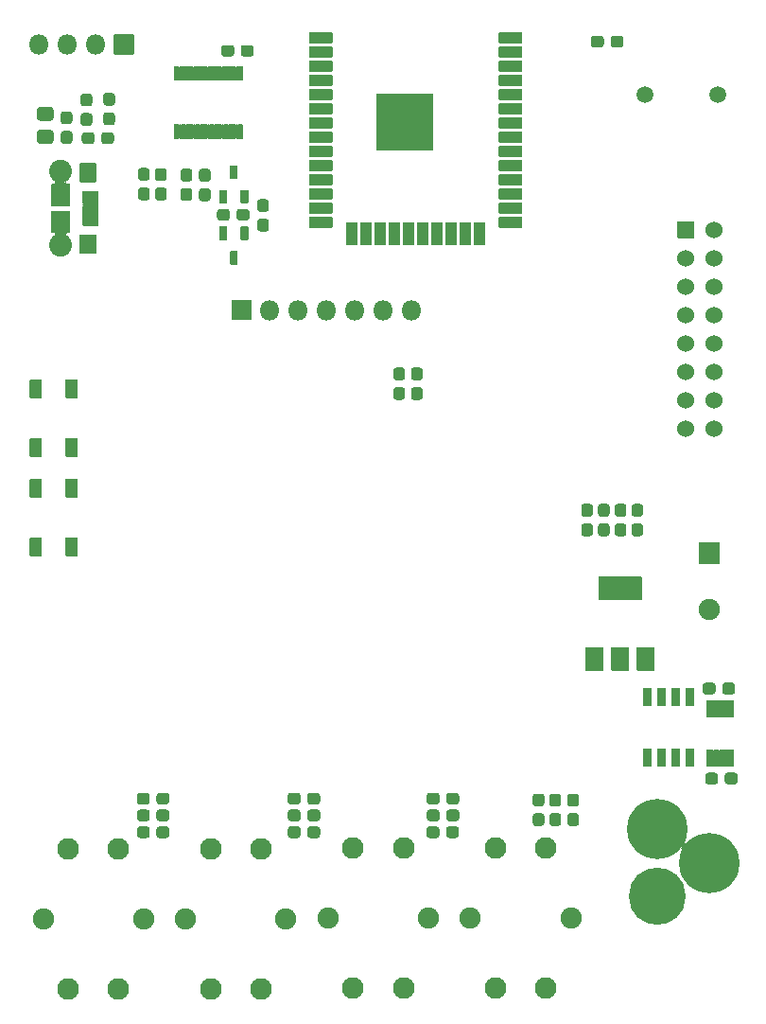
<source format=gts>
G04 #@! TF.GenerationSoftware,KiCad,Pcbnew,(5.1.10)-1*
G04 #@! TF.CreationDate,2022-02-13T21:23:31+01:00*
G04 #@! TF.ProjectId,LITOS_v3,4c49544f-535f-4763-932e-6b696361645f,rev?*
G04 #@! TF.SameCoordinates,Original*
G04 #@! TF.FileFunction,Soldermask,Top*
G04 #@! TF.FilePolarity,Negative*
%FSLAX46Y46*%
G04 Gerber Fmt 4.6, Leading zero omitted, Abs format (unit mm)*
G04 Created by KiCad (PCBNEW (5.1.10)-1) date 2022-02-13 21:23:31*
%MOMM*%
%LPD*%
G01*
G04 APERTURE LIST*
%ADD10C,1.512000*%
%ADD11C,2.052000*%
%ADD12C,5.402000*%
%ADD13C,5.102000*%
%ADD14O,1.802000X1.802000*%
%ADD15C,1.902000*%
%ADD16C,1.952000*%
%ADD17C,1.527000*%
%ADD18C,0.100000*%
G04 APERTURE END LIST*
G36*
G01*
X68153500Y-64235500D02*
X67627500Y-64235500D01*
G75*
G02*
X67364500Y-63972500I0J263000D01*
G01*
X67364500Y-63346500D01*
G75*
G02*
X67627500Y-63083500I263000J0D01*
G01*
X68153500Y-63083500D01*
G75*
G02*
X68416500Y-63346500I0J-263000D01*
G01*
X68416500Y-63972500D01*
G75*
G02*
X68153500Y-64235500I-263000J0D01*
G01*
G37*
G36*
G01*
X68153500Y-65985500D02*
X67627500Y-65985500D01*
G75*
G02*
X67364500Y-65722500I0J263000D01*
G01*
X67364500Y-65096500D01*
G75*
G02*
X67627500Y-64833500I263000J0D01*
G01*
X68153500Y-64833500D01*
G75*
G02*
X68416500Y-65096500I0J-263000D01*
G01*
X68416500Y-65722500D01*
G75*
G02*
X68153500Y-65985500I-263000J0D01*
G01*
G37*
G36*
G01*
X98149000Y-51895000D02*
X98149000Y-50995000D01*
G75*
G02*
X98200000Y-50944000I51000J0D01*
G01*
X100200000Y-50944000D01*
G75*
G02*
X100251000Y-50995000I0J-51000D01*
G01*
X100251000Y-51895000D01*
G75*
G02*
X100200000Y-51946000I-51000J0D01*
G01*
X98200000Y-51946000D01*
G75*
G02*
X98149000Y-51895000I0J51000D01*
G01*
G37*
G36*
G01*
X98149000Y-53165000D02*
X98149000Y-52265000D01*
G75*
G02*
X98200000Y-52214000I51000J0D01*
G01*
X100200000Y-52214000D01*
G75*
G02*
X100251000Y-52265000I0J-51000D01*
G01*
X100251000Y-53165000D01*
G75*
G02*
X100200000Y-53216000I-51000J0D01*
G01*
X98200000Y-53216000D01*
G75*
G02*
X98149000Y-53165000I0J51000D01*
G01*
G37*
G36*
G01*
X98149000Y-54435000D02*
X98149000Y-53535000D01*
G75*
G02*
X98200000Y-53484000I51000J0D01*
G01*
X100200000Y-53484000D01*
G75*
G02*
X100251000Y-53535000I0J-51000D01*
G01*
X100251000Y-54435000D01*
G75*
G02*
X100200000Y-54486000I-51000J0D01*
G01*
X98200000Y-54486000D01*
G75*
G02*
X98149000Y-54435000I0J51000D01*
G01*
G37*
G36*
G01*
X98149000Y-55705000D02*
X98149000Y-54805000D01*
G75*
G02*
X98200000Y-54754000I51000J0D01*
G01*
X100200000Y-54754000D01*
G75*
G02*
X100251000Y-54805000I0J-51000D01*
G01*
X100251000Y-55705000D01*
G75*
G02*
X100200000Y-55756000I-51000J0D01*
G01*
X98200000Y-55756000D01*
G75*
G02*
X98149000Y-55705000I0J51000D01*
G01*
G37*
G36*
G01*
X98149000Y-56975000D02*
X98149000Y-56075000D01*
G75*
G02*
X98200000Y-56024000I51000J0D01*
G01*
X100200000Y-56024000D01*
G75*
G02*
X100251000Y-56075000I0J-51000D01*
G01*
X100251000Y-56975000D01*
G75*
G02*
X100200000Y-57026000I-51000J0D01*
G01*
X98200000Y-57026000D01*
G75*
G02*
X98149000Y-56975000I0J51000D01*
G01*
G37*
G36*
G01*
X98149000Y-58245000D02*
X98149000Y-57345000D01*
G75*
G02*
X98200000Y-57294000I51000J0D01*
G01*
X100200000Y-57294000D01*
G75*
G02*
X100251000Y-57345000I0J-51000D01*
G01*
X100251000Y-58245000D01*
G75*
G02*
X100200000Y-58296000I-51000J0D01*
G01*
X98200000Y-58296000D01*
G75*
G02*
X98149000Y-58245000I0J51000D01*
G01*
G37*
G36*
G01*
X98149000Y-59515000D02*
X98149000Y-58615000D01*
G75*
G02*
X98200000Y-58564000I51000J0D01*
G01*
X100200000Y-58564000D01*
G75*
G02*
X100251000Y-58615000I0J-51000D01*
G01*
X100251000Y-59515000D01*
G75*
G02*
X100200000Y-59566000I-51000J0D01*
G01*
X98200000Y-59566000D01*
G75*
G02*
X98149000Y-59515000I0J51000D01*
G01*
G37*
G36*
G01*
X98149000Y-60785000D02*
X98149000Y-59885000D01*
G75*
G02*
X98200000Y-59834000I51000J0D01*
G01*
X100200000Y-59834000D01*
G75*
G02*
X100251000Y-59885000I0J-51000D01*
G01*
X100251000Y-60785000D01*
G75*
G02*
X100200000Y-60836000I-51000J0D01*
G01*
X98200000Y-60836000D01*
G75*
G02*
X98149000Y-60785000I0J51000D01*
G01*
G37*
G36*
G01*
X98149000Y-62055000D02*
X98149000Y-61155000D01*
G75*
G02*
X98200000Y-61104000I51000J0D01*
G01*
X100200000Y-61104000D01*
G75*
G02*
X100251000Y-61155000I0J-51000D01*
G01*
X100251000Y-62055000D01*
G75*
G02*
X100200000Y-62106000I-51000J0D01*
G01*
X98200000Y-62106000D01*
G75*
G02*
X98149000Y-62055000I0J51000D01*
G01*
G37*
G36*
G01*
X98149000Y-63325000D02*
X98149000Y-62425000D01*
G75*
G02*
X98200000Y-62374000I51000J0D01*
G01*
X100200000Y-62374000D01*
G75*
G02*
X100251000Y-62425000I0J-51000D01*
G01*
X100251000Y-63325000D01*
G75*
G02*
X100200000Y-63376000I-51000J0D01*
G01*
X98200000Y-63376000D01*
G75*
G02*
X98149000Y-63325000I0J51000D01*
G01*
G37*
G36*
G01*
X98149000Y-64595000D02*
X98149000Y-63695000D01*
G75*
G02*
X98200000Y-63644000I51000J0D01*
G01*
X100200000Y-63644000D01*
G75*
G02*
X100251000Y-63695000I0J-51000D01*
G01*
X100251000Y-64595000D01*
G75*
G02*
X100200000Y-64646000I-51000J0D01*
G01*
X98200000Y-64646000D01*
G75*
G02*
X98149000Y-64595000I0J51000D01*
G01*
G37*
G36*
G01*
X98149000Y-65865000D02*
X98149000Y-64965000D01*
G75*
G02*
X98200000Y-64914000I51000J0D01*
G01*
X100200000Y-64914000D01*
G75*
G02*
X100251000Y-64965000I0J-51000D01*
G01*
X100251000Y-65865000D01*
G75*
G02*
X100200000Y-65916000I-51000J0D01*
G01*
X98200000Y-65916000D01*
G75*
G02*
X98149000Y-65865000I0J51000D01*
G01*
G37*
G36*
G01*
X98149000Y-67135000D02*
X98149000Y-66235000D01*
G75*
G02*
X98200000Y-66184000I51000J0D01*
G01*
X100200000Y-66184000D01*
G75*
G02*
X100251000Y-66235000I0J-51000D01*
G01*
X100251000Y-67135000D01*
G75*
G02*
X100200000Y-67186000I-51000J0D01*
G01*
X98200000Y-67186000D01*
G75*
G02*
X98149000Y-67135000I0J51000D01*
G01*
G37*
G36*
G01*
X98149000Y-68405000D02*
X98149000Y-67505000D01*
G75*
G02*
X98200000Y-67454000I51000J0D01*
G01*
X100200000Y-67454000D01*
G75*
G02*
X100251000Y-67505000I0J-51000D01*
G01*
X100251000Y-68405000D01*
G75*
G02*
X100200000Y-68456000I-51000J0D01*
G01*
X98200000Y-68456000D01*
G75*
G02*
X98149000Y-68405000I0J51000D01*
G01*
G37*
G36*
G01*
X96865000Y-70006000D02*
X95965000Y-70006000D01*
G75*
G02*
X95914000Y-69955000I0J51000D01*
G01*
X95914000Y-67955000D01*
G75*
G02*
X95965000Y-67904000I51000J0D01*
G01*
X96865000Y-67904000D01*
G75*
G02*
X96916000Y-67955000I0J-51000D01*
G01*
X96916000Y-69955000D01*
G75*
G02*
X96865000Y-70006000I-51000J0D01*
G01*
G37*
G36*
G01*
X95595000Y-70006000D02*
X94695000Y-70006000D01*
G75*
G02*
X94644000Y-69955000I0J51000D01*
G01*
X94644000Y-67955000D01*
G75*
G02*
X94695000Y-67904000I51000J0D01*
G01*
X95595000Y-67904000D01*
G75*
G02*
X95646000Y-67955000I0J-51000D01*
G01*
X95646000Y-69955000D01*
G75*
G02*
X95595000Y-70006000I-51000J0D01*
G01*
G37*
G36*
G01*
X94325000Y-70006000D02*
X93425000Y-70006000D01*
G75*
G02*
X93374000Y-69955000I0J51000D01*
G01*
X93374000Y-67955000D01*
G75*
G02*
X93425000Y-67904000I51000J0D01*
G01*
X94325000Y-67904000D01*
G75*
G02*
X94376000Y-67955000I0J-51000D01*
G01*
X94376000Y-69955000D01*
G75*
G02*
X94325000Y-70006000I-51000J0D01*
G01*
G37*
G36*
G01*
X93055000Y-70006000D02*
X92155000Y-70006000D01*
G75*
G02*
X92104000Y-69955000I0J51000D01*
G01*
X92104000Y-67955000D01*
G75*
G02*
X92155000Y-67904000I51000J0D01*
G01*
X93055000Y-67904000D01*
G75*
G02*
X93106000Y-67955000I0J-51000D01*
G01*
X93106000Y-69955000D01*
G75*
G02*
X93055000Y-70006000I-51000J0D01*
G01*
G37*
G36*
G01*
X91785000Y-70006000D02*
X90885000Y-70006000D01*
G75*
G02*
X90834000Y-69955000I0J51000D01*
G01*
X90834000Y-67955000D01*
G75*
G02*
X90885000Y-67904000I51000J0D01*
G01*
X91785000Y-67904000D01*
G75*
G02*
X91836000Y-67955000I0J-51000D01*
G01*
X91836000Y-69955000D01*
G75*
G02*
X91785000Y-70006000I-51000J0D01*
G01*
G37*
G36*
G01*
X90515000Y-70006000D02*
X89615000Y-70006000D01*
G75*
G02*
X89564000Y-69955000I0J51000D01*
G01*
X89564000Y-67955000D01*
G75*
G02*
X89615000Y-67904000I51000J0D01*
G01*
X90515000Y-67904000D01*
G75*
G02*
X90566000Y-67955000I0J-51000D01*
G01*
X90566000Y-69955000D01*
G75*
G02*
X90515000Y-70006000I-51000J0D01*
G01*
G37*
G36*
G01*
X89245000Y-70006000D02*
X88345000Y-70006000D01*
G75*
G02*
X88294000Y-69955000I0J51000D01*
G01*
X88294000Y-67955000D01*
G75*
G02*
X88345000Y-67904000I51000J0D01*
G01*
X89245000Y-67904000D01*
G75*
G02*
X89296000Y-67955000I0J-51000D01*
G01*
X89296000Y-69955000D01*
G75*
G02*
X89245000Y-70006000I-51000J0D01*
G01*
G37*
G36*
G01*
X87975000Y-70006000D02*
X87075000Y-70006000D01*
G75*
G02*
X87024000Y-69955000I0J51000D01*
G01*
X87024000Y-67955000D01*
G75*
G02*
X87075000Y-67904000I51000J0D01*
G01*
X87975000Y-67904000D01*
G75*
G02*
X88026000Y-67955000I0J-51000D01*
G01*
X88026000Y-69955000D01*
G75*
G02*
X87975000Y-70006000I-51000J0D01*
G01*
G37*
G36*
G01*
X86705000Y-70006000D02*
X85805000Y-70006000D01*
G75*
G02*
X85754000Y-69955000I0J51000D01*
G01*
X85754000Y-67955000D01*
G75*
G02*
X85805000Y-67904000I51000J0D01*
G01*
X86705000Y-67904000D01*
G75*
G02*
X86756000Y-67955000I0J-51000D01*
G01*
X86756000Y-69955000D01*
G75*
G02*
X86705000Y-70006000I-51000J0D01*
G01*
G37*
G36*
G01*
X85435000Y-70006000D02*
X84535000Y-70006000D01*
G75*
G02*
X84484000Y-69955000I0J51000D01*
G01*
X84484000Y-67955000D01*
G75*
G02*
X84535000Y-67904000I51000J0D01*
G01*
X85435000Y-67904000D01*
G75*
G02*
X85486000Y-67955000I0J-51000D01*
G01*
X85486000Y-69955000D01*
G75*
G02*
X85435000Y-70006000I-51000J0D01*
G01*
G37*
G36*
G01*
X81149000Y-68405000D02*
X81149000Y-67505000D01*
G75*
G02*
X81200000Y-67454000I51000J0D01*
G01*
X83200000Y-67454000D01*
G75*
G02*
X83251000Y-67505000I0J-51000D01*
G01*
X83251000Y-68405000D01*
G75*
G02*
X83200000Y-68456000I-51000J0D01*
G01*
X81200000Y-68456000D01*
G75*
G02*
X81149000Y-68405000I0J51000D01*
G01*
G37*
G36*
G01*
X81149000Y-67135000D02*
X81149000Y-66235000D01*
G75*
G02*
X81200000Y-66184000I51000J0D01*
G01*
X83200000Y-66184000D01*
G75*
G02*
X83251000Y-66235000I0J-51000D01*
G01*
X83251000Y-67135000D01*
G75*
G02*
X83200000Y-67186000I-51000J0D01*
G01*
X81200000Y-67186000D01*
G75*
G02*
X81149000Y-67135000I0J51000D01*
G01*
G37*
G36*
G01*
X81149000Y-65865000D02*
X81149000Y-64965000D01*
G75*
G02*
X81200000Y-64914000I51000J0D01*
G01*
X83200000Y-64914000D01*
G75*
G02*
X83251000Y-64965000I0J-51000D01*
G01*
X83251000Y-65865000D01*
G75*
G02*
X83200000Y-65916000I-51000J0D01*
G01*
X81200000Y-65916000D01*
G75*
G02*
X81149000Y-65865000I0J51000D01*
G01*
G37*
G36*
G01*
X81149000Y-64595000D02*
X81149000Y-63695000D01*
G75*
G02*
X81200000Y-63644000I51000J0D01*
G01*
X83200000Y-63644000D01*
G75*
G02*
X83251000Y-63695000I0J-51000D01*
G01*
X83251000Y-64595000D01*
G75*
G02*
X83200000Y-64646000I-51000J0D01*
G01*
X81200000Y-64646000D01*
G75*
G02*
X81149000Y-64595000I0J51000D01*
G01*
G37*
G36*
G01*
X81149000Y-63325000D02*
X81149000Y-62425000D01*
G75*
G02*
X81200000Y-62374000I51000J0D01*
G01*
X83200000Y-62374000D01*
G75*
G02*
X83251000Y-62425000I0J-51000D01*
G01*
X83251000Y-63325000D01*
G75*
G02*
X83200000Y-63376000I-51000J0D01*
G01*
X81200000Y-63376000D01*
G75*
G02*
X81149000Y-63325000I0J51000D01*
G01*
G37*
G36*
G01*
X81149000Y-62055000D02*
X81149000Y-61155000D01*
G75*
G02*
X81200000Y-61104000I51000J0D01*
G01*
X83200000Y-61104000D01*
G75*
G02*
X83251000Y-61155000I0J-51000D01*
G01*
X83251000Y-62055000D01*
G75*
G02*
X83200000Y-62106000I-51000J0D01*
G01*
X81200000Y-62106000D01*
G75*
G02*
X81149000Y-62055000I0J51000D01*
G01*
G37*
G36*
G01*
X81149000Y-60785000D02*
X81149000Y-59885000D01*
G75*
G02*
X81200000Y-59834000I51000J0D01*
G01*
X83200000Y-59834000D01*
G75*
G02*
X83251000Y-59885000I0J-51000D01*
G01*
X83251000Y-60785000D01*
G75*
G02*
X83200000Y-60836000I-51000J0D01*
G01*
X81200000Y-60836000D01*
G75*
G02*
X81149000Y-60785000I0J51000D01*
G01*
G37*
G36*
G01*
X81149000Y-59515000D02*
X81149000Y-58615000D01*
G75*
G02*
X81200000Y-58564000I51000J0D01*
G01*
X83200000Y-58564000D01*
G75*
G02*
X83251000Y-58615000I0J-51000D01*
G01*
X83251000Y-59515000D01*
G75*
G02*
X83200000Y-59566000I-51000J0D01*
G01*
X81200000Y-59566000D01*
G75*
G02*
X81149000Y-59515000I0J51000D01*
G01*
G37*
G36*
G01*
X81149000Y-58245000D02*
X81149000Y-57345000D01*
G75*
G02*
X81200000Y-57294000I51000J0D01*
G01*
X83200000Y-57294000D01*
G75*
G02*
X83251000Y-57345000I0J-51000D01*
G01*
X83251000Y-58245000D01*
G75*
G02*
X83200000Y-58296000I-51000J0D01*
G01*
X81200000Y-58296000D01*
G75*
G02*
X81149000Y-58245000I0J51000D01*
G01*
G37*
G36*
G01*
X81149000Y-56975000D02*
X81149000Y-56075000D01*
G75*
G02*
X81200000Y-56024000I51000J0D01*
G01*
X83200000Y-56024000D01*
G75*
G02*
X83251000Y-56075000I0J-51000D01*
G01*
X83251000Y-56975000D01*
G75*
G02*
X83200000Y-57026000I-51000J0D01*
G01*
X81200000Y-57026000D01*
G75*
G02*
X81149000Y-56975000I0J51000D01*
G01*
G37*
G36*
G01*
X81149000Y-55705000D02*
X81149000Y-54805000D01*
G75*
G02*
X81200000Y-54754000I51000J0D01*
G01*
X83200000Y-54754000D01*
G75*
G02*
X83251000Y-54805000I0J-51000D01*
G01*
X83251000Y-55705000D01*
G75*
G02*
X83200000Y-55756000I-51000J0D01*
G01*
X81200000Y-55756000D01*
G75*
G02*
X81149000Y-55705000I0J51000D01*
G01*
G37*
G36*
G01*
X81149000Y-54435000D02*
X81149000Y-53535000D01*
G75*
G02*
X81200000Y-53484000I51000J0D01*
G01*
X83200000Y-53484000D01*
G75*
G02*
X83251000Y-53535000I0J-51000D01*
G01*
X83251000Y-54435000D01*
G75*
G02*
X83200000Y-54486000I-51000J0D01*
G01*
X81200000Y-54486000D01*
G75*
G02*
X81149000Y-54435000I0J51000D01*
G01*
G37*
G36*
G01*
X81149000Y-53165000D02*
X81149000Y-52265000D01*
G75*
G02*
X81200000Y-52214000I51000J0D01*
G01*
X83200000Y-52214000D01*
G75*
G02*
X83251000Y-52265000I0J-51000D01*
G01*
X83251000Y-53165000D01*
G75*
G02*
X83200000Y-53216000I-51000J0D01*
G01*
X81200000Y-53216000D01*
G75*
G02*
X81149000Y-53165000I0J51000D01*
G01*
G37*
G36*
G01*
X81149000Y-51895000D02*
X81149000Y-50995000D01*
G75*
G02*
X81200000Y-50944000I51000J0D01*
G01*
X83200000Y-50944000D01*
G75*
G02*
X83251000Y-50995000I0J-51000D01*
G01*
X83251000Y-51895000D01*
G75*
G02*
X83200000Y-51946000I-51000J0D01*
G01*
X81200000Y-51946000D01*
G75*
G02*
X81149000Y-51895000I0J51000D01*
G01*
G37*
G36*
G01*
X87149000Y-61445000D02*
X87149000Y-56445000D01*
G75*
G02*
X87200000Y-56394000I51000J0D01*
G01*
X92200000Y-56394000D01*
G75*
G02*
X92251000Y-56445000I0J-51000D01*
G01*
X92251000Y-61445000D01*
G75*
G02*
X92200000Y-61496000I-51000J0D01*
G01*
X87200000Y-61496000D01*
G75*
G02*
X87149000Y-61445000I0J51000D01*
G01*
G37*
D10*
X117750000Y-56500000D03*
X111250000Y-56500000D03*
G36*
G01*
X107450000Y-108051000D02*
X105950000Y-108051000D01*
G75*
G02*
X105899000Y-108000000I0J51000D01*
G01*
X105899000Y-106000000D01*
G75*
G02*
X105950000Y-105949000I51000J0D01*
G01*
X107450000Y-105949000D01*
G75*
G02*
X107501000Y-106000000I0J-51000D01*
G01*
X107501000Y-108000000D01*
G75*
G02*
X107450000Y-108051000I-51000J0D01*
G01*
G37*
G36*
G01*
X112050000Y-108051000D02*
X110550000Y-108051000D01*
G75*
G02*
X110499000Y-108000000I0J51000D01*
G01*
X110499000Y-106000000D01*
G75*
G02*
X110550000Y-105949000I51000J0D01*
G01*
X112050000Y-105949000D01*
G75*
G02*
X112101000Y-106000000I0J-51000D01*
G01*
X112101000Y-108000000D01*
G75*
G02*
X112050000Y-108051000I-51000J0D01*
G01*
G37*
G36*
G01*
X109750000Y-108051000D02*
X108250000Y-108051000D01*
G75*
G02*
X108199000Y-108000000I0J51000D01*
G01*
X108199000Y-106000000D01*
G75*
G02*
X108250000Y-105949000I51000J0D01*
G01*
X109750000Y-105949000D01*
G75*
G02*
X109801000Y-106000000I0J-51000D01*
G01*
X109801000Y-108000000D01*
G75*
G02*
X109750000Y-108051000I-51000J0D01*
G01*
G37*
G36*
G01*
X110900000Y-101751000D02*
X107100000Y-101751000D01*
G75*
G02*
X107049000Y-101700000I0J51000D01*
G01*
X107049000Y-99700000D01*
G75*
G02*
X107100000Y-99649000I51000J0D01*
G01*
X110900000Y-99649000D01*
G75*
G02*
X110951000Y-99700000I0J-51000D01*
G01*
X110951000Y-101700000D01*
G75*
G02*
X110900000Y-101751000I-51000J0D01*
G01*
G37*
G36*
G01*
X111826000Y-109650499D02*
X111826000Y-111175501D01*
G75*
G02*
X111775001Y-111226500I-50999J0D01*
G01*
X111074999Y-111226500D01*
G75*
G02*
X111024000Y-111175501I0J50999D01*
G01*
X111024000Y-109650499D01*
G75*
G02*
X111074999Y-109599500I50999J0D01*
G01*
X111775001Y-109599500D01*
G75*
G02*
X111826000Y-109650499I0J-50999D01*
G01*
G37*
G36*
G01*
X113096000Y-109650499D02*
X113096000Y-111175501D01*
G75*
G02*
X113045001Y-111226500I-50999J0D01*
G01*
X112344999Y-111226500D01*
G75*
G02*
X112294000Y-111175501I0J50999D01*
G01*
X112294000Y-109650499D01*
G75*
G02*
X112344999Y-109599500I50999J0D01*
G01*
X113045001Y-109599500D01*
G75*
G02*
X113096000Y-109650499I0J-50999D01*
G01*
G37*
G36*
G01*
X114366000Y-109650499D02*
X114366000Y-111175501D01*
G75*
G02*
X114315001Y-111226500I-50999J0D01*
G01*
X113614999Y-111226500D01*
G75*
G02*
X113564000Y-111175501I0J50999D01*
G01*
X113564000Y-109650499D01*
G75*
G02*
X113614999Y-109599500I50999J0D01*
G01*
X114315001Y-109599500D01*
G75*
G02*
X114366000Y-109650499I0J-50999D01*
G01*
G37*
G36*
G01*
X115636000Y-109650499D02*
X115636000Y-111175501D01*
G75*
G02*
X115585001Y-111226500I-50999J0D01*
G01*
X114884999Y-111226500D01*
G75*
G02*
X114834000Y-111175501I0J50999D01*
G01*
X114834000Y-109650499D01*
G75*
G02*
X114884999Y-109599500I50999J0D01*
G01*
X115585001Y-109599500D01*
G75*
G02*
X115636000Y-109650499I0J-50999D01*
G01*
G37*
G36*
G01*
X115636000Y-115074499D02*
X115636000Y-116599501D01*
G75*
G02*
X115585001Y-116650500I-50999J0D01*
G01*
X114884999Y-116650500D01*
G75*
G02*
X114834000Y-116599501I0J50999D01*
G01*
X114834000Y-115074499D01*
G75*
G02*
X114884999Y-115023500I50999J0D01*
G01*
X115585001Y-115023500D01*
G75*
G02*
X115636000Y-115074499I0J-50999D01*
G01*
G37*
G36*
G01*
X114366000Y-115074499D02*
X114366000Y-116599501D01*
G75*
G02*
X114315001Y-116650500I-50999J0D01*
G01*
X113614999Y-116650500D01*
G75*
G02*
X113564000Y-116599501I0J50999D01*
G01*
X113564000Y-115074499D01*
G75*
G02*
X113614999Y-115023500I50999J0D01*
G01*
X114315001Y-115023500D01*
G75*
G02*
X114366000Y-115074499I0J-50999D01*
G01*
G37*
G36*
G01*
X113096000Y-115074499D02*
X113096000Y-116599501D01*
G75*
G02*
X113045001Y-116650500I-50999J0D01*
G01*
X112344999Y-116650500D01*
G75*
G02*
X112294000Y-116599501I0J50999D01*
G01*
X112294000Y-115074499D01*
G75*
G02*
X112344999Y-115023500I50999J0D01*
G01*
X113045001Y-115023500D01*
G75*
G02*
X113096000Y-115074499I0J-50999D01*
G01*
G37*
G36*
G01*
X111826000Y-115074499D02*
X111826000Y-116599501D01*
G75*
G02*
X111775001Y-116650500I-50999J0D01*
G01*
X111074999Y-116650500D01*
G75*
G02*
X111024000Y-116599501I0J50999D01*
G01*
X111024000Y-115074499D01*
G75*
G02*
X111074999Y-115023500I50999J0D01*
G01*
X111775001Y-115023500D01*
G75*
G02*
X111826000Y-115074499I0J-50999D01*
G01*
G37*
G36*
G01*
X60624500Y-70700000D02*
X60624500Y-69100000D01*
G75*
G02*
X60675500Y-69049000I51000J0D01*
G01*
X62075500Y-69049000D01*
G75*
G02*
X62126500Y-69100000I0J-51000D01*
G01*
X62126500Y-70700000D01*
G75*
G02*
X62075500Y-70751000I-51000J0D01*
G01*
X60675500Y-70751000D01*
G75*
G02*
X60624500Y-70700000I0J51000D01*
G01*
G37*
G36*
G01*
X58074500Y-68850000D02*
X58074500Y-66950000D01*
G75*
G02*
X58125500Y-66899000I51000J0D01*
G01*
X59725500Y-66899000D01*
G75*
G02*
X59776500Y-66950000I0J-51000D01*
G01*
X59776500Y-68850000D01*
G75*
G02*
X59725500Y-68901000I-51000J0D01*
G01*
X58125500Y-68901000D01*
G75*
G02*
X58074500Y-68850000I0J51000D01*
G01*
G37*
G36*
G01*
X58074500Y-66450000D02*
X58074500Y-64550000D01*
G75*
G02*
X58125500Y-64499000I51000J0D01*
G01*
X59725500Y-64499000D01*
G75*
G02*
X59776500Y-64550000I0J-51000D01*
G01*
X59776500Y-66450000D01*
G75*
G02*
X59725500Y-66501000I-51000J0D01*
G01*
X58125500Y-66501000D01*
G75*
G02*
X58074500Y-66450000I0J51000D01*
G01*
G37*
G36*
G01*
X60624500Y-64300000D02*
X60624500Y-62700000D01*
G75*
G02*
X60675500Y-62649000I51000J0D01*
G01*
X62075500Y-62649000D01*
G75*
G02*
X62126500Y-62700000I0J-51000D01*
G01*
X62126500Y-64300000D01*
G75*
G02*
X62075500Y-64351000I-51000J0D01*
G01*
X60675500Y-64351000D01*
G75*
G02*
X60624500Y-64300000I0J51000D01*
G01*
G37*
D11*
X58925500Y-70000000D03*
X58925500Y-63400000D03*
G36*
G01*
X60925500Y-67749000D02*
X62275500Y-67749000D01*
G75*
G02*
X62326500Y-67800000I0J-51000D01*
G01*
X62326500Y-68200000D01*
G75*
G02*
X62275500Y-68251000I-51000J0D01*
G01*
X60925500Y-68251000D01*
G75*
G02*
X60874500Y-68200000I0J51000D01*
G01*
X60874500Y-67800000D01*
G75*
G02*
X60925500Y-67749000I51000J0D01*
G01*
G37*
G36*
G01*
X60925500Y-67099000D02*
X62275500Y-67099000D01*
G75*
G02*
X62326500Y-67150000I0J-51000D01*
G01*
X62326500Y-67550000D01*
G75*
G02*
X62275500Y-67601000I-51000J0D01*
G01*
X60925500Y-67601000D01*
G75*
G02*
X60874500Y-67550000I0J51000D01*
G01*
X60874500Y-67150000D01*
G75*
G02*
X60925500Y-67099000I51000J0D01*
G01*
G37*
G36*
G01*
X60925500Y-66449000D02*
X62275500Y-66449000D01*
G75*
G02*
X62326500Y-66500000I0J-51000D01*
G01*
X62326500Y-66900000D01*
G75*
G02*
X62275500Y-66951000I-51000J0D01*
G01*
X60925500Y-66951000D01*
G75*
G02*
X60874500Y-66900000I0J51000D01*
G01*
X60874500Y-66500000D01*
G75*
G02*
X60925500Y-66449000I51000J0D01*
G01*
G37*
G36*
G01*
X60925500Y-65799000D02*
X62275500Y-65799000D01*
G75*
G02*
X62326500Y-65850000I0J-51000D01*
G01*
X62326500Y-66250000D01*
G75*
G02*
X62275500Y-66301000I-51000J0D01*
G01*
X60925500Y-66301000D01*
G75*
G02*
X60874500Y-66250000I0J51000D01*
G01*
X60874500Y-65850000D01*
G75*
G02*
X60925500Y-65799000I51000J0D01*
G01*
G37*
G36*
G01*
X60925500Y-65149000D02*
X62275500Y-65149000D01*
G75*
G02*
X62326500Y-65200000I0J-51000D01*
G01*
X62326500Y-65600000D01*
G75*
G02*
X62275500Y-65651000I-51000J0D01*
G01*
X60925500Y-65651000D01*
G75*
G02*
X60874500Y-65600000I0J51000D01*
G01*
X60874500Y-65200000D01*
G75*
G02*
X60925500Y-65149000I51000J0D01*
G01*
G37*
G36*
G01*
X56149000Y-83600000D02*
X56149000Y-82050000D01*
G75*
G02*
X56200000Y-81999000I51000J0D01*
G01*
X57200000Y-81999000D01*
G75*
G02*
X57251000Y-82050000I0J-51000D01*
G01*
X57251000Y-83600000D01*
G75*
G02*
X57200000Y-83651000I-51000J0D01*
G01*
X56200000Y-83651000D01*
G75*
G02*
X56149000Y-83600000I0J51000D01*
G01*
G37*
G36*
G01*
X56149000Y-88850000D02*
X56149000Y-87300000D01*
G75*
G02*
X56200000Y-87249000I51000J0D01*
G01*
X57200000Y-87249000D01*
G75*
G02*
X57251000Y-87300000I0J-51000D01*
G01*
X57251000Y-88850000D01*
G75*
G02*
X57200000Y-88901000I-51000J0D01*
G01*
X56200000Y-88901000D01*
G75*
G02*
X56149000Y-88850000I0J51000D01*
G01*
G37*
G36*
G01*
X59349000Y-88850000D02*
X59349000Y-87300000D01*
G75*
G02*
X59400000Y-87249000I51000J0D01*
G01*
X60400000Y-87249000D01*
G75*
G02*
X60451000Y-87300000I0J-51000D01*
G01*
X60451000Y-88850000D01*
G75*
G02*
X60400000Y-88901000I-51000J0D01*
G01*
X59400000Y-88901000D01*
G75*
G02*
X59349000Y-88850000I0J51000D01*
G01*
G37*
G36*
G01*
X59349000Y-83600000D02*
X59349000Y-82050000D01*
G75*
G02*
X59400000Y-81999000I51000J0D01*
G01*
X60400000Y-81999000D01*
G75*
G02*
X60451000Y-82050000I0J-51000D01*
G01*
X60451000Y-83600000D01*
G75*
G02*
X60400000Y-83651000I-51000J0D01*
G01*
X59400000Y-83651000D01*
G75*
G02*
X59349000Y-83600000I0J51000D01*
G01*
G37*
G36*
G01*
X60451000Y-96200000D02*
X60451000Y-97750000D01*
G75*
G02*
X60400000Y-97801000I-51000J0D01*
G01*
X59400000Y-97801000D01*
G75*
G02*
X59349000Y-97750000I0J51000D01*
G01*
X59349000Y-96200000D01*
G75*
G02*
X59400000Y-96149000I51000J0D01*
G01*
X60400000Y-96149000D01*
G75*
G02*
X60451000Y-96200000I0J-51000D01*
G01*
G37*
G36*
G01*
X60451000Y-90950000D02*
X60451000Y-92500000D01*
G75*
G02*
X60400000Y-92551000I-51000J0D01*
G01*
X59400000Y-92551000D01*
G75*
G02*
X59349000Y-92500000I0J51000D01*
G01*
X59349000Y-90950000D01*
G75*
G02*
X59400000Y-90899000I51000J0D01*
G01*
X60400000Y-90899000D01*
G75*
G02*
X60451000Y-90950000I0J-51000D01*
G01*
G37*
G36*
G01*
X57251000Y-90950000D02*
X57251000Y-92500000D01*
G75*
G02*
X57200000Y-92551000I-51000J0D01*
G01*
X56200000Y-92551000D01*
G75*
G02*
X56149000Y-92500000I0J51000D01*
G01*
X56149000Y-90950000D01*
G75*
G02*
X56200000Y-90899000I51000J0D01*
G01*
X57200000Y-90899000D01*
G75*
G02*
X57251000Y-90950000I0J-51000D01*
G01*
G37*
G36*
G01*
X57251000Y-96200000D02*
X57251000Y-97750000D01*
G75*
G02*
X57200000Y-97801000I-51000J0D01*
G01*
X56200000Y-97801000D01*
G75*
G02*
X56149000Y-97750000I0J51000D01*
G01*
X56149000Y-96200000D01*
G75*
G02*
X56200000Y-96149000I51000J0D01*
G01*
X57200000Y-96149000D01*
G75*
G02*
X57251000Y-96200000I0J-51000D01*
G01*
G37*
D12*
X117030000Y-125250000D03*
D13*
X112330000Y-128250000D03*
D12*
X112330000Y-122250000D03*
D14*
X56968500Y-52025000D03*
X59508500Y-52025000D03*
X62048500Y-52025000D03*
G36*
G01*
X63738500Y-51124000D02*
X65438500Y-51124000D01*
G75*
G02*
X65489500Y-51175000I0J-51000D01*
G01*
X65489500Y-52875000D01*
G75*
G02*
X65438500Y-52926000I-51000J0D01*
G01*
X63738500Y-52926000D01*
G75*
G02*
X63687500Y-52875000I0J51000D01*
G01*
X63687500Y-51175000D01*
G75*
G02*
X63738500Y-51124000I51000J0D01*
G01*
G37*
G36*
G01*
X74782000Y-62884500D02*
X74782000Y-63984500D01*
G75*
G02*
X74731000Y-64035500I-51000J0D01*
G01*
X74131000Y-64035500D01*
G75*
G02*
X74080000Y-63984500I0J51000D01*
G01*
X74080000Y-62884500D01*
G75*
G02*
X74131000Y-62833500I51000J0D01*
G01*
X74731000Y-62833500D01*
G75*
G02*
X74782000Y-62884500I0J-51000D01*
G01*
G37*
G36*
G01*
X75732000Y-65084500D02*
X75732000Y-66184500D01*
G75*
G02*
X75681000Y-66235500I-51000J0D01*
G01*
X75081000Y-66235500D01*
G75*
G02*
X75030000Y-66184500I0J51000D01*
G01*
X75030000Y-65084500D01*
G75*
G02*
X75081000Y-65033500I51000J0D01*
G01*
X75681000Y-65033500D01*
G75*
G02*
X75732000Y-65084500I0J-51000D01*
G01*
G37*
G36*
G01*
X73832000Y-65084500D02*
X73832000Y-66184500D01*
G75*
G02*
X73781000Y-66235500I-51000J0D01*
G01*
X73181000Y-66235500D01*
G75*
G02*
X73130000Y-66184500I0J51000D01*
G01*
X73130000Y-65084500D01*
G75*
G02*
X73181000Y-65033500I51000J0D01*
G01*
X73781000Y-65033500D01*
G75*
G02*
X73832000Y-65084500I0J-51000D01*
G01*
G37*
G36*
G01*
X74077500Y-71666000D02*
X74077500Y-70566000D01*
G75*
G02*
X74128500Y-70515000I51000J0D01*
G01*
X74728500Y-70515000D01*
G75*
G02*
X74779500Y-70566000I0J-51000D01*
G01*
X74779500Y-71666000D01*
G75*
G02*
X74728500Y-71717000I-51000J0D01*
G01*
X74128500Y-71717000D01*
G75*
G02*
X74077500Y-71666000I0J51000D01*
G01*
G37*
G36*
G01*
X73127500Y-69466000D02*
X73127500Y-68366000D01*
G75*
G02*
X73178500Y-68315000I51000J0D01*
G01*
X73778500Y-68315000D01*
G75*
G02*
X73829500Y-68366000I0J-51000D01*
G01*
X73829500Y-69466000D01*
G75*
G02*
X73778500Y-69517000I-51000J0D01*
G01*
X73178500Y-69517000D01*
G75*
G02*
X73127500Y-69466000I0J51000D01*
G01*
G37*
G36*
G01*
X75027500Y-69466000D02*
X75027500Y-68366000D01*
G75*
G02*
X75078500Y-68315000I51000J0D01*
G01*
X75678500Y-68315000D01*
G75*
G02*
X75729500Y-68366000I0J-51000D01*
G01*
X75729500Y-69466000D01*
G75*
G02*
X75678500Y-69517000I-51000J0D01*
G01*
X75078500Y-69517000D01*
G75*
G02*
X75027500Y-69466000I0J51000D01*
G01*
G37*
G36*
G01*
X69487500Y-55283000D02*
X69087500Y-55283000D01*
G75*
G02*
X69036500Y-55232000I0J51000D01*
G01*
X69036500Y-54032000D01*
G75*
G02*
X69087500Y-53981000I51000J0D01*
G01*
X69487500Y-53981000D01*
G75*
G02*
X69538500Y-54032000I0J-51000D01*
G01*
X69538500Y-55232000D01*
G75*
G02*
X69487500Y-55283000I-51000J0D01*
G01*
G37*
G36*
G01*
X70122500Y-55283000D02*
X69722500Y-55283000D01*
G75*
G02*
X69671500Y-55232000I0J51000D01*
G01*
X69671500Y-54032000D01*
G75*
G02*
X69722500Y-53981000I51000J0D01*
G01*
X70122500Y-53981000D01*
G75*
G02*
X70173500Y-54032000I0J-51000D01*
G01*
X70173500Y-55232000D01*
G75*
G02*
X70122500Y-55283000I-51000J0D01*
G01*
G37*
G36*
G01*
X70757500Y-55283000D02*
X70357500Y-55283000D01*
G75*
G02*
X70306500Y-55232000I0J51000D01*
G01*
X70306500Y-54032000D01*
G75*
G02*
X70357500Y-53981000I51000J0D01*
G01*
X70757500Y-53981000D01*
G75*
G02*
X70808500Y-54032000I0J-51000D01*
G01*
X70808500Y-55232000D01*
G75*
G02*
X70757500Y-55283000I-51000J0D01*
G01*
G37*
G36*
G01*
X71392500Y-55283000D02*
X70992500Y-55283000D01*
G75*
G02*
X70941500Y-55232000I0J51000D01*
G01*
X70941500Y-54032000D01*
G75*
G02*
X70992500Y-53981000I51000J0D01*
G01*
X71392500Y-53981000D01*
G75*
G02*
X71443500Y-54032000I0J-51000D01*
G01*
X71443500Y-55232000D01*
G75*
G02*
X71392500Y-55283000I-51000J0D01*
G01*
G37*
G36*
G01*
X72027500Y-55283000D02*
X71627500Y-55283000D01*
G75*
G02*
X71576500Y-55232000I0J51000D01*
G01*
X71576500Y-54032000D01*
G75*
G02*
X71627500Y-53981000I51000J0D01*
G01*
X72027500Y-53981000D01*
G75*
G02*
X72078500Y-54032000I0J-51000D01*
G01*
X72078500Y-55232000D01*
G75*
G02*
X72027500Y-55283000I-51000J0D01*
G01*
G37*
G36*
G01*
X72662500Y-55283000D02*
X72262500Y-55283000D01*
G75*
G02*
X72211500Y-55232000I0J51000D01*
G01*
X72211500Y-54032000D01*
G75*
G02*
X72262500Y-53981000I51000J0D01*
G01*
X72662500Y-53981000D01*
G75*
G02*
X72713500Y-54032000I0J-51000D01*
G01*
X72713500Y-55232000D01*
G75*
G02*
X72662500Y-55283000I-51000J0D01*
G01*
G37*
G36*
G01*
X73297500Y-55283000D02*
X72897500Y-55283000D01*
G75*
G02*
X72846500Y-55232000I0J51000D01*
G01*
X72846500Y-54032000D01*
G75*
G02*
X72897500Y-53981000I51000J0D01*
G01*
X73297500Y-53981000D01*
G75*
G02*
X73348500Y-54032000I0J-51000D01*
G01*
X73348500Y-55232000D01*
G75*
G02*
X73297500Y-55283000I-51000J0D01*
G01*
G37*
G36*
G01*
X73932500Y-55283000D02*
X73532500Y-55283000D01*
G75*
G02*
X73481500Y-55232000I0J51000D01*
G01*
X73481500Y-54032000D01*
G75*
G02*
X73532500Y-53981000I51000J0D01*
G01*
X73932500Y-53981000D01*
G75*
G02*
X73983500Y-54032000I0J-51000D01*
G01*
X73983500Y-55232000D01*
G75*
G02*
X73932500Y-55283000I-51000J0D01*
G01*
G37*
G36*
G01*
X74567500Y-55283000D02*
X74167500Y-55283000D01*
G75*
G02*
X74116500Y-55232000I0J51000D01*
G01*
X74116500Y-54032000D01*
G75*
G02*
X74167500Y-53981000I51000J0D01*
G01*
X74567500Y-53981000D01*
G75*
G02*
X74618500Y-54032000I0J-51000D01*
G01*
X74618500Y-55232000D01*
G75*
G02*
X74567500Y-55283000I-51000J0D01*
G01*
G37*
G36*
G01*
X75202500Y-55283000D02*
X74802500Y-55283000D01*
G75*
G02*
X74751500Y-55232000I0J51000D01*
G01*
X74751500Y-54032000D01*
G75*
G02*
X74802500Y-53981000I51000J0D01*
G01*
X75202500Y-53981000D01*
G75*
G02*
X75253500Y-54032000I0J-51000D01*
G01*
X75253500Y-55232000D01*
G75*
G02*
X75202500Y-55283000I-51000J0D01*
G01*
G37*
G36*
G01*
X75202500Y-60483000D02*
X74802500Y-60483000D01*
G75*
G02*
X74751500Y-60432000I0J51000D01*
G01*
X74751500Y-59232000D01*
G75*
G02*
X74802500Y-59181000I51000J0D01*
G01*
X75202500Y-59181000D01*
G75*
G02*
X75253500Y-59232000I0J-51000D01*
G01*
X75253500Y-60432000D01*
G75*
G02*
X75202500Y-60483000I-51000J0D01*
G01*
G37*
G36*
G01*
X74567500Y-60483000D02*
X74167500Y-60483000D01*
G75*
G02*
X74116500Y-60432000I0J51000D01*
G01*
X74116500Y-59232000D01*
G75*
G02*
X74167500Y-59181000I51000J0D01*
G01*
X74567500Y-59181000D01*
G75*
G02*
X74618500Y-59232000I0J-51000D01*
G01*
X74618500Y-60432000D01*
G75*
G02*
X74567500Y-60483000I-51000J0D01*
G01*
G37*
G36*
G01*
X73932500Y-60483000D02*
X73532500Y-60483000D01*
G75*
G02*
X73481500Y-60432000I0J51000D01*
G01*
X73481500Y-59232000D01*
G75*
G02*
X73532500Y-59181000I51000J0D01*
G01*
X73932500Y-59181000D01*
G75*
G02*
X73983500Y-59232000I0J-51000D01*
G01*
X73983500Y-60432000D01*
G75*
G02*
X73932500Y-60483000I-51000J0D01*
G01*
G37*
G36*
G01*
X73297500Y-60483000D02*
X72897500Y-60483000D01*
G75*
G02*
X72846500Y-60432000I0J51000D01*
G01*
X72846500Y-59232000D01*
G75*
G02*
X72897500Y-59181000I51000J0D01*
G01*
X73297500Y-59181000D01*
G75*
G02*
X73348500Y-59232000I0J-51000D01*
G01*
X73348500Y-60432000D01*
G75*
G02*
X73297500Y-60483000I-51000J0D01*
G01*
G37*
G36*
G01*
X72662500Y-60483000D02*
X72262500Y-60483000D01*
G75*
G02*
X72211500Y-60432000I0J51000D01*
G01*
X72211500Y-59232000D01*
G75*
G02*
X72262500Y-59181000I51000J0D01*
G01*
X72662500Y-59181000D01*
G75*
G02*
X72713500Y-59232000I0J-51000D01*
G01*
X72713500Y-60432000D01*
G75*
G02*
X72662500Y-60483000I-51000J0D01*
G01*
G37*
G36*
G01*
X72027500Y-60483000D02*
X71627500Y-60483000D01*
G75*
G02*
X71576500Y-60432000I0J51000D01*
G01*
X71576500Y-59232000D01*
G75*
G02*
X71627500Y-59181000I51000J0D01*
G01*
X72027500Y-59181000D01*
G75*
G02*
X72078500Y-59232000I0J-51000D01*
G01*
X72078500Y-60432000D01*
G75*
G02*
X72027500Y-60483000I-51000J0D01*
G01*
G37*
G36*
G01*
X71392500Y-60483000D02*
X70992500Y-60483000D01*
G75*
G02*
X70941500Y-60432000I0J51000D01*
G01*
X70941500Y-59232000D01*
G75*
G02*
X70992500Y-59181000I51000J0D01*
G01*
X71392500Y-59181000D01*
G75*
G02*
X71443500Y-59232000I0J-51000D01*
G01*
X71443500Y-60432000D01*
G75*
G02*
X71392500Y-60483000I-51000J0D01*
G01*
G37*
G36*
G01*
X70757500Y-60483000D02*
X70357500Y-60483000D01*
G75*
G02*
X70306500Y-60432000I0J51000D01*
G01*
X70306500Y-59232000D01*
G75*
G02*
X70357500Y-59181000I51000J0D01*
G01*
X70757500Y-59181000D01*
G75*
G02*
X70808500Y-59232000I0J-51000D01*
G01*
X70808500Y-60432000D01*
G75*
G02*
X70757500Y-60483000I-51000J0D01*
G01*
G37*
G36*
G01*
X70122500Y-60483000D02*
X69722500Y-60483000D01*
G75*
G02*
X69671500Y-60432000I0J51000D01*
G01*
X69671500Y-59232000D01*
G75*
G02*
X69722500Y-59181000I51000J0D01*
G01*
X70122500Y-59181000D01*
G75*
G02*
X70173500Y-59232000I0J-51000D01*
G01*
X70173500Y-60432000D01*
G75*
G02*
X70122500Y-60483000I-51000J0D01*
G01*
G37*
G36*
G01*
X69487500Y-60483000D02*
X69087500Y-60483000D01*
G75*
G02*
X69036500Y-60432000I0J51000D01*
G01*
X69036500Y-59232000D01*
G75*
G02*
X69087500Y-59181000I51000J0D01*
G01*
X69487500Y-59181000D01*
G75*
G02*
X69538500Y-59232000I0J-51000D01*
G01*
X69538500Y-60432000D01*
G75*
G02*
X69487500Y-60483000I-51000J0D01*
G01*
G37*
G36*
G01*
X110287000Y-94874000D02*
X110813000Y-94874000D01*
G75*
G02*
X111076000Y-95137000I0J-263000D01*
G01*
X111076000Y-95763000D01*
G75*
G02*
X110813000Y-96026000I-263000J0D01*
G01*
X110287000Y-96026000D01*
G75*
G02*
X110024000Y-95763000I0J263000D01*
G01*
X110024000Y-95137000D01*
G75*
G02*
X110287000Y-94874000I263000J0D01*
G01*
G37*
G36*
G01*
X110287000Y-93124000D02*
X110813000Y-93124000D01*
G75*
G02*
X111076000Y-93387000I0J-263000D01*
G01*
X111076000Y-94013000D01*
G75*
G02*
X110813000Y-94276000I-263000J0D01*
G01*
X110287000Y-94276000D01*
G75*
G02*
X110024000Y-94013000I0J263000D01*
G01*
X110024000Y-93387000D01*
G75*
G02*
X110287000Y-93124000I263000J0D01*
G01*
G37*
G36*
G01*
X67499000Y-121263000D02*
X67499000Y-120737000D01*
G75*
G02*
X67762000Y-120474000I263000J0D01*
G01*
X68388000Y-120474000D01*
G75*
G02*
X68651000Y-120737000I0J-263000D01*
G01*
X68651000Y-121263000D01*
G75*
G02*
X68388000Y-121526000I-263000J0D01*
G01*
X67762000Y-121526000D01*
G75*
G02*
X67499000Y-121263000I0J263000D01*
G01*
G37*
G36*
G01*
X65749000Y-121263000D02*
X65749000Y-120737000D01*
G75*
G02*
X66012000Y-120474000I263000J0D01*
G01*
X66638000Y-120474000D01*
G75*
G02*
X66901000Y-120737000I0J-263000D01*
G01*
X66901000Y-121263000D01*
G75*
G02*
X66638000Y-121526000I-263000J0D01*
G01*
X66012000Y-121526000D01*
G75*
G02*
X65749000Y-121263000I0J263000D01*
G01*
G37*
G36*
G01*
X109313000Y-94276000D02*
X108787000Y-94276000D01*
G75*
G02*
X108524000Y-94013000I0J263000D01*
G01*
X108524000Y-93387000D01*
G75*
G02*
X108787000Y-93124000I263000J0D01*
G01*
X109313000Y-93124000D01*
G75*
G02*
X109576000Y-93387000I0J-263000D01*
G01*
X109576000Y-94013000D01*
G75*
G02*
X109313000Y-94276000I-263000J0D01*
G01*
G37*
G36*
G01*
X109313000Y-96026000D02*
X108787000Y-96026000D01*
G75*
G02*
X108524000Y-95763000I0J263000D01*
G01*
X108524000Y-95137000D01*
G75*
G02*
X108787000Y-94874000I263000J0D01*
G01*
X109313000Y-94874000D01*
G75*
G02*
X109576000Y-95137000I0J-263000D01*
G01*
X109576000Y-95763000D01*
G75*
G02*
X109313000Y-96026000I-263000J0D01*
G01*
G37*
G36*
G01*
X59708000Y-59169500D02*
X59182000Y-59169500D01*
G75*
G02*
X58919000Y-58906500I0J263000D01*
G01*
X58919000Y-58280500D01*
G75*
G02*
X59182000Y-58017500I263000J0D01*
G01*
X59708000Y-58017500D01*
G75*
G02*
X59971000Y-58280500I0J-263000D01*
G01*
X59971000Y-58906500D01*
G75*
G02*
X59708000Y-59169500I-263000J0D01*
G01*
G37*
G36*
G01*
X59708000Y-60919500D02*
X59182000Y-60919500D01*
G75*
G02*
X58919000Y-60656500I0J263000D01*
G01*
X58919000Y-60030500D01*
G75*
G02*
X59182000Y-59767500I263000J0D01*
G01*
X59708000Y-59767500D01*
G75*
G02*
X59971000Y-60030500I0J-263000D01*
G01*
X59971000Y-60656500D01*
G75*
G02*
X59708000Y-60919500I-263000J0D01*
G01*
G37*
G36*
G01*
X66103500Y-64819500D02*
X66629500Y-64819500D01*
G75*
G02*
X66892500Y-65082500I0J-263000D01*
G01*
X66892500Y-65708500D01*
G75*
G02*
X66629500Y-65971500I-263000J0D01*
G01*
X66103500Y-65971500D01*
G75*
G02*
X65840500Y-65708500I0J263000D01*
G01*
X65840500Y-65082500D01*
G75*
G02*
X66103500Y-64819500I263000J0D01*
G01*
G37*
G36*
G01*
X66103500Y-63069500D02*
X66629500Y-63069500D01*
G75*
G02*
X66892500Y-63332500I0J-263000D01*
G01*
X66892500Y-63958500D01*
G75*
G02*
X66629500Y-64221500I-263000J0D01*
G01*
X66103500Y-64221500D01*
G75*
G02*
X65840500Y-63958500I0J263000D01*
G01*
X65840500Y-63332500D01*
G75*
G02*
X66103500Y-63069500I263000J0D01*
G01*
G37*
G36*
G01*
X63518000Y-57504500D02*
X62992000Y-57504500D01*
G75*
G02*
X62729000Y-57241500I0J263000D01*
G01*
X62729000Y-56615500D01*
G75*
G02*
X62992000Y-56352500I263000J0D01*
G01*
X63518000Y-56352500D01*
G75*
G02*
X63781000Y-56615500I0J-263000D01*
G01*
X63781000Y-57241500D01*
G75*
G02*
X63518000Y-57504500I-263000J0D01*
G01*
G37*
G36*
G01*
X63518000Y-59254500D02*
X62992000Y-59254500D01*
G75*
G02*
X62729000Y-58991500I0J263000D01*
G01*
X62729000Y-58365500D01*
G75*
G02*
X62992000Y-58102500I263000J0D01*
G01*
X63518000Y-58102500D01*
G75*
G02*
X63781000Y-58365500I0J-263000D01*
G01*
X63781000Y-58991500D01*
G75*
G02*
X63518000Y-59254500I-263000J0D01*
G01*
G37*
G36*
G01*
X61954000Y-60144000D02*
X61954000Y-60670000D01*
G75*
G02*
X61691000Y-60933000I-263000J0D01*
G01*
X61065000Y-60933000D01*
G75*
G02*
X60802000Y-60670000I0J263000D01*
G01*
X60802000Y-60144000D01*
G75*
G02*
X61065000Y-59881000I263000J0D01*
G01*
X61691000Y-59881000D01*
G75*
G02*
X61954000Y-60144000I0J-263000D01*
G01*
G37*
G36*
G01*
X63704000Y-60144000D02*
X63704000Y-60670000D01*
G75*
G02*
X63441000Y-60933000I-263000J0D01*
G01*
X62815000Y-60933000D01*
G75*
G02*
X62552000Y-60670000I0J263000D01*
G01*
X62552000Y-60144000D01*
G75*
G02*
X62815000Y-59881000I263000J0D01*
G01*
X63441000Y-59881000D01*
G75*
G02*
X63704000Y-60144000I0J-263000D01*
G01*
G37*
G36*
G01*
X80999000Y-121263000D02*
X80999000Y-120737000D01*
G75*
G02*
X81262000Y-120474000I263000J0D01*
G01*
X81888000Y-120474000D01*
G75*
G02*
X82151000Y-120737000I0J-263000D01*
G01*
X82151000Y-121263000D01*
G75*
G02*
X81888000Y-121526000I-263000J0D01*
G01*
X81262000Y-121526000D01*
G75*
G02*
X80999000Y-121263000I0J263000D01*
G01*
G37*
G36*
G01*
X79249000Y-121263000D02*
X79249000Y-120737000D01*
G75*
G02*
X79512000Y-120474000I263000J0D01*
G01*
X80138000Y-120474000D01*
G75*
G02*
X80401000Y-120737000I0J-263000D01*
G01*
X80401000Y-121263000D01*
G75*
G02*
X80138000Y-121526000I-263000J0D01*
G01*
X79512000Y-121526000D01*
G75*
G02*
X79249000Y-121263000I0J263000D01*
G01*
G37*
G36*
G01*
X71564500Y-64897000D02*
X72090500Y-64897000D01*
G75*
G02*
X72353500Y-65160000I0J-263000D01*
G01*
X72353500Y-65786000D01*
G75*
G02*
X72090500Y-66049000I-263000J0D01*
G01*
X71564500Y-66049000D01*
G75*
G02*
X71301500Y-65786000I0J263000D01*
G01*
X71301500Y-65160000D01*
G75*
G02*
X71564500Y-64897000I263000J0D01*
G01*
G37*
G36*
G01*
X71564500Y-63147000D02*
X72090500Y-63147000D01*
G75*
G02*
X72353500Y-63410000I0J-263000D01*
G01*
X72353500Y-64036000D01*
G75*
G02*
X72090500Y-64299000I-263000J0D01*
G01*
X71564500Y-64299000D01*
G75*
G02*
X71301500Y-64036000I0J263000D01*
G01*
X71301500Y-63410000D01*
G75*
G02*
X71564500Y-63147000I263000J0D01*
G01*
G37*
G36*
G01*
X60960000Y-58166000D02*
X61486000Y-58166000D01*
G75*
G02*
X61749000Y-58429000I0J-263000D01*
G01*
X61749000Y-59055000D01*
G75*
G02*
X61486000Y-59318000I-263000J0D01*
G01*
X60960000Y-59318000D01*
G75*
G02*
X60697000Y-59055000I0J263000D01*
G01*
X60697000Y-58429000D01*
G75*
G02*
X60960000Y-58166000I263000J0D01*
G01*
G37*
G36*
G01*
X60960000Y-56416000D02*
X61486000Y-56416000D01*
G75*
G02*
X61749000Y-56679000I0J-263000D01*
G01*
X61749000Y-57305000D01*
G75*
G02*
X61486000Y-57568000I-263000J0D01*
G01*
X60960000Y-57568000D01*
G75*
G02*
X60697000Y-57305000I0J263000D01*
G01*
X60697000Y-56679000D01*
G75*
G02*
X60960000Y-56416000I263000J0D01*
G01*
G37*
G36*
G01*
X75047500Y-52859500D02*
X75047500Y-52333500D01*
G75*
G02*
X75310500Y-52070500I263000J0D01*
G01*
X75936500Y-52070500D01*
G75*
G02*
X76199500Y-52333500I0J-263000D01*
G01*
X76199500Y-52859500D01*
G75*
G02*
X75936500Y-53122500I-263000J0D01*
G01*
X75310500Y-53122500D01*
G75*
G02*
X75047500Y-52859500I0J263000D01*
G01*
G37*
G36*
G01*
X73297500Y-52859500D02*
X73297500Y-52333500D01*
G75*
G02*
X73560500Y-52070500I263000J0D01*
G01*
X74186500Y-52070500D01*
G75*
G02*
X74449500Y-52333500I0J-263000D01*
G01*
X74449500Y-52859500D01*
G75*
G02*
X74186500Y-53122500I-263000J0D01*
G01*
X73560500Y-53122500D01*
G75*
G02*
X73297500Y-52859500I0J263000D01*
G01*
G37*
G36*
G01*
X93449000Y-121263000D02*
X93449000Y-120737000D01*
G75*
G02*
X93712000Y-120474000I263000J0D01*
G01*
X94338000Y-120474000D01*
G75*
G02*
X94601000Y-120737000I0J-263000D01*
G01*
X94601000Y-121263000D01*
G75*
G02*
X94338000Y-121526000I-263000J0D01*
G01*
X93712000Y-121526000D01*
G75*
G02*
X93449000Y-121263000I0J263000D01*
G01*
G37*
G36*
G01*
X91699000Y-121263000D02*
X91699000Y-120737000D01*
G75*
G02*
X91962000Y-120474000I263000J0D01*
G01*
X92588000Y-120474000D01*
G75*
G02*
X92851000Y-120737000I0J-263000D01*
G01*
X92851000Y-121263000D01*
G75*
G02*
X92588000Y-121526000I-263000J0D01*
G01*
X91962000Y-121526000D01*
G75*
G02*
X91699000Y-121263000I0J263000D01*
G01*
G37*
G36*
G01*
X105063000Y-120201000D02*
X104537000Y-120201000D01*
G75*
G02*
X104274000Y-119938000I0J263000D01*
G01*
X104274000Y-119312000D01*
G75*
G02*
X104537000Y-119049000I263000J0D01*
G01*
X105063000Y-119049000D01*
G75*
G02*
X105326000Y-119312000I0J-263000D01*
G01*
X105326000Y-119938000D01*
G75*
G02*
X105063000Y-120201000I-263000J0D01*
G01*
G37*
G36*
G01*
X105063000Y-121951000D02*
X104537000Y-121951000D01*
G75*
G02*
X104274000Y-121688000I0J263000D01*
G01*
X104274000Y-121062000D01*
G75*
G02*
X104537000Y-120799000I263000J0D01*
G01*
X105063000Y-120799000D01*
G75*
G02*
X105326000Y-121062000I0J-263000D01*
G01*
X105326000Y-121688000D01*
G75*
G02*
X105063000Y-121951000I-263000J0D01*
G01*
G37*
G36*
G01*
X69913500Y-64883000D02*
X70439500Y-64883000D01*
G75*
G02*
X70702500Y-65146000I0J-263000D01*
G01*
X70702500Y-65772000D01*
G75*
G02*
X70439500Y-66035000I-263000J0D01*
G01*
X69913500Y-66035000D01*
G75*
G02*
X69650500Y-65772000I0J263000D01*
G01*
X69650500Y-65146000D01*
G75*
G02*
X69913500Y-64883000I263000J0D01*
G01*
G37*
G36*
G01*
X69913500Y-63133000D02*
X70439500Y-63133000D01*
G75*
G02*
X70702500Y-63396000I0J-263000D01*
G01*
X70702500Y-64022000D01*
G75*
G02*
X70439500Y-64285000I-263000J0D01*
G01*
X69913500Y-64285000D01*
G75*
G02*
X69650500Y-64022000I0J263000D01*
G01*
X69650500Y-63396000D01*
G75*
G02*
X69913500Y-63133000I263000J0D01*
G01*
G37*
G36*
G01*
X90551000Y-82677000D02*
X91077000Y-82677000D01*
G75*
G02*
X91340000Y-82940000I0J-263000D01*
G01*
X91340000Y-83566000D01*
G75*
G02*
X91077000Y-83829000I-263000J0D01*
G01*
X90551000Y-83829000D01*
G75*
G02*
X90288000Y-83566000I0J263000D01*
G01*
X90288000Y-82940000D01*
G75*
G02*
X90551000Y-82677000I263000J0D01*
G01*
G37*
G36*
G01*
X90551000Y-80927000D02*
X91077000Y-80927000D01*
G75*
G02*
X91340000Y-81190000I0J-263000D01*
G01*
X91340000Y-81816000D01*
G75*
G02*
X91077000Y-82079000I-263000J0D01*
G01*
X90551000Y-82079000D01*
G75*
G02*
X90288000Y-81816000I0J263000D01*
G01*
X90288000Y-81190000D01*
G75*
G02*
X90551000Y-80927000I263000J0D01*
G01*
G37*
G36*
G01*
X107287000Y-94874000D02*
X107813000Y-94874000D01*
G75*
G02*
X108076000Y-95137000I0J-263000D01*
G01*
X108076000Y-95763000D01*
G75*
G02*
X107813000Y-96026000I-263000J0D01*
G01*
X107287000Y-96026000D01*
G75*
G02*
X107024000Y-95763000I0J263000D01*
G01*
X107024000Y-95137000D01*
G75*
G02*
X107287000Y-94874000I263000J0D01*
G01*
G37*
G36*
G01*
X107287000Y-93124000D02*
X107813000Y-93124000D01*
G75*
G02*
X108076000Y-93387000I0J-263000D01*
G01*
X108076000Y-94013000D01*
G75*
G02*
X107813000Y-94276000I-263000J0D01*
G01*
X107287000Y-94276000D01*
G75*
G02*
X107024000Y-94013000I0J263000D01*
G01*
X107024000Y-93387000D01*
G75*
G02*
X107287000Y-93124000I263000J0D01*
G01*
G37*
G36*
G01*
X105787000Y-94874000D02*
X106313000Y-94874000D01*
G75*
G02*
X106576000Y-95137000I0J-263000D01*
G01*
X106576000Y-95763000D01*
G75*
G02*
X106313000Y-96026000I-263000J0D01*
G01*
X105787000Y-96026000D01*
G75*
G02*
X105524000Y-95763000I0J263000D01*
G01*
X105524000Y-95137000D01*
G75*
G02*
X105787000Y-94874000I263000J0D01*
G01*
G37*
G36*
G01*
X105787000Y-93124000D02*
X106313000Y-93124000D01*
G75*
G02*
X106576000Y-93387000I0J-263000D01*
G01*
X106576000Y-94013000D01*
G75*
G02*
X106313000Y-94276000I-263000J0D01*
G01*
X105787000Y-94276000D01*
G75*
G02*
X105524000Y-94013000I0J263000D01*
G01*
X105524000Y-93387000D01*
G75*
G02*
X105787000Y-93124000I263000J0D01*
G01*
G37*
G36*
G01*
X57061172Y-59663000D02*
X58018828Y-59663000D01*
G75*
G02*
X58291000Y-59935172I0J-272172D01*
G01*
X58291000Y-60642828D01*
G75*
G02*
X58018828Y-60915000I-272172J0D01*
G01*
X57061172Y-60915000D01*
G75*
G02*
X56789000Y-60642828I0J272172D01*
G01*
X56789000Y-59935172D01*
G75*
G02*
X57061172Y-59663000I272172J0D01*
G01*
G37*
G36*
G01*
X57061172Y-57613000D02*
X58018828Y-57613000D01*
G75*
G02*
X58291000Y-57885172I0J-272172D01*
G01*
X58291000Y-58592828D01*
G75*
G02*
X58018828Y-58865000I-272172J0D01*
G01*
X57061172Y-58865000D01*
G75*
G02*
X56789000Y-58592828I0J272172D01*
G01*
X56789000Y-57885172D01*
G75*
G02*
X57061172Y-57613000I272172J0D01*
G01*
G37*
G36*
G01*
X118654000Y-116599500D02*
X118654000Y-115174500D01*
G75*
G02*
X118705000Y-115123500I51000J0D01*
G01*
X119155000Y-115123500D01*
G75*
G02*
X119206000Y-115174500I0J-51000D01*
G01*
X119206000Y-116599500D01*
G75*
G02*
X119155000Y-116650500I-51000J0D01*
G01*
X118705000Y-116650500D01*
G75*
G02*
X118654000Y-116599500I0J51000D01*
G01*
G37*
G36*
G01*
X118004000Y-116599500D02*
X118004000Y-115174500D01*
G75*
G02*
X118055000Y-115123500I51000J0D01*
G01*
X118505000Y-115123500D01*
G75*
G02*
X118556000Y-115174500I0J-51000D01*
G01*
X118556000Y-116599500D01*
G75*
G02*
X118505000Y-116650500I-51000J0D01*
G01*
X118055000Y-116650500D01*
G75*
G02*
X118004000Y-116599500I0J51000D01*
G01*
G37*
G36*
G01*
X117354000Y-116599500D02*
X117354000Y-115174500D01*
G75*
G02*
X117405000Y-115123500I51000J0D01*
G01*
X117855000Y-115123500D01*
G75*
G02*
X117906000Y-115174500I0J-51000D01*
G01*
X117906000Y-116599500D01*
G75*
G02*
X117855000Y-116650500I-51000J0D01*
G01*
X117405000Y-116650500D01*
G75*
G02*
X117354000Y-116599500I0J51000D01*
G01*
G37*
G36*
G01*
X116704000Y-116599500D02*
X116704000Y-115174500D01*
G75*
G02*
X116755000Y-115123500I51000J0D01*
G01*
X117205000Y-115123500D01*
G75*
G02*
X117256000Y-115174500I0J-51000D01*
G01*
X117256000Y-116599500D01*
G75*
G02*
X117205000Y-116650500I-51000J0D01*
G01*
X116755000Y-116650500D01*
G75*
G02*
X116704000Y-116599500I0J51000D01*
G01*
G37*
G36*
G01*
X116704000Y-112175500D02*
X116704000Y-110750500D01*
G75*
G02*
X116755000Y-110699500I51000J0D01*
G01*
X117205000Y-110699500D01*
G75*
G02*
X117256000Y-110750500I0J-51000D01*
G01*
X117256000Y-112175500D01*
G75*
G02*
X117205000Y-112226500I-51000J0D01*
G01*
X116755000Y-112226500D01*
G75*
G02*
X116704000Y-112175500I0J51000D01*
G01*
G37*
G36*
G01*
X117354000Y-112175500D02*
X117354000Y-110750500D01*
G75*
G02*
X117405000Y-110699500I51000J0D01*
G01*
X117855000Y-110699500D01*
G75*
G02*
X117906000Y-110750500I0J-51000D01*
G01*
X117906000Y-112175500D01*
G75*
G02*
X117855000Y-112226500I-51000J0D01*
G01*
X117405000Y-112226500D01*
G75*
G02*
X117354000Y-112175500I0J51000D01*
G01*
G37*
G36*
G01*
X118004000Y-112175500D02*
X118004000Y-110750500D01*
G75*
G02*
X118055000Y-110699500I51000J0D01*
G01*
X118505000Y-110699500D01*
G75*
G02*
X118556000Y-110750500I0J-51000D01*
G01*
X118556000Y-112175500D01*
G75*
G02*
X118505000Y-112226500I-51000J0D01*
G01*
X118055000Y-112226500D01*
G75*
G02*
X118004000Y-112175500I0J51000D01*
G01*
G37*
G36*
G01*
X118654000Y-112175500D02*
X118654000Y-110750500D01*
G75*
G02*
X118705000Y-110699500I51000J0D01*
G01*
X119155000Y-110699500D01*
G75*
G02*
X119206000Y-110750500I0J-51000D01*
G01*
X119206000Y-112175500D01*
G75*
G02*
X119155000Y-112226500I-51000J0D01*
G01*
X118705000Y-112226500D01*
G75*
G02*
X118654000Y-112175500I0J51000D01*
G01*
G37*
G36*
G01*
X108149000Y-52038000D02*
X108149000Y-51512000D01*
G75*
G02*
X108412000Y-51249000I263000J0D01*
G01*
X109038000Y-51249000D01*
G75*
G02*
X109301000Y-51512000I0J-263000D01*
G01*
X109301000Y-52038000D01*
G75*
G02*
X109038000Y-52301000I-263000J0D01*
G01*
X108412000Y-52301000D01*
G75*
G02*
X108149000Y-52038000I0J263000D01*
G01*
G37*
G36*
G01*
X106399000Y-52038000D02*
X106399000Y-51512000D01*
G75*
G02*
X106662000Y-51249000I263000J0D01*
G01*
X107288000Y-51249000D01*
G75*
G02*
X107551000Y-51512000I0J-263000D01*
G01*
X107551000Y-52038000D01*
G75*
G02*
X107288000Y-52301000I-263000J0D01*
G01*
X106662000Y-52301000D01*
G75*
G02*
X106399000Y-52038000I0J263000D01*
G01*
G37*
G36*
G01*
X89489500Y-82079000D02*
X88963500Y-82079000D01*
G75*
G02*
X88700500Y-81816000I0J263000D01*
G01*
X88700500Y-81190000D01*
G75*
G02*
X88963500Y-80927000I263000J0D01*
G01*
X89489500Y-80927000D01*
G75*
G02*
X89752500Y-81190000I0J-263000D01*
G01*
X89752500Y-81816000D01*
G75*
G02*
X89489500Y-82079000I-263000J0D01*
G01*
G37*
G36*
G01*
X89489500Y-83829000D02*
X88963500Y-83829000D01*
G75*
G02*
X88700500Y-83566000I0J263000D01*
G01*
X88700500Y-82940000D01*
G75*
G02*
X88963500Y-82677000I263000J0D01*
G01*
X89489500Y-82677000D01*
G75*
G02*
X89752500Y-82940000I0J-263000D01*
G01*
X89752500Y-83566000D01*
G75*
G02*
X89489500Y-83829000I-263000J0D01*
G01*
G37*
G36*
G01*
X66901000Y-122237000D02*
X66901000Y-122763000D01*
G75*
G02*
X66638000Y-123026000I-263000J0D01*
G01*
X66012000Y-123026000D01*
G75*
G02*
X65749000Y-122763000I0J263000D01*
G01*
X65749000Y-122237000D01*
G75*
G02*
X66012000Y-121974000I263000J0D01*
G01*
X66638000Y-121974000D01*
G75*
G02*
X66901000Y-122237000I0J-263000D01*
G01*
G37*
G36*
G01*
X68651000Y-122237000D02*
X68651000Y-122763000D01*
G75*
G02*
X68388000Y-123026000I-263000J0D01*
G01*
X67762000Y-123026000D01*
G75*
G02*
X67499000Y-122763000I0J263000D01*
G01*
X67499000Y-122237000D01*
G75*
G02*
X67762000Y-121974000I263000J0D01*
G01*
X68388000Y-121974000D01*
G75*
G02*
X68651000Y-122237000I0J-263000D01*
G01*
G37*
G36*
G01*
X67499000Y-119763000D02*
X67499000Y-119237000D01*
G75*
G02*
X67762000Y-118974000I263000J0D01*
G01*
X68388000Y-118974000D01*
G75*
G02*
X68651000Y-119237000I0J-263000D01*
G01*
X68651000Y-119763000D01*
G75*
G02*
X68388000Y-120026000I-263000J0D01*
G01*
X67762000Y-120026000D01*
G75*
G02*
X67499000Y-119763000I0J263000D01*
G01*
G37*
G36*
G01*
X65749000Y-119763000D02*
X65749000Y-119237000D01*
G75*
G02*
X66012000Y-118974000I263000J0D01*
G01*
X66638000Y-118974000D01*
G75*
G02*
X66901000Y-119237000I0J-263000D01*
G01*
X66901000Y-119763000D01*
G75*
G02*
X66638000Y-120026000I-263000J0D01*
G01*
X66012000Y-120026000D01*
G75*
G02*
X65749000Y-119763000I0J263000D01*
G01*
G37*
G36*
G01*
X80401000Y-122237000D02*
X80401000Y-122763000D01*
G75*
G02*
X80138000Y-123026000I-263000J0D01*
G01*
X79512000Y-123026000D01*
G75*
G02*
X79249000Y-122763000I0J263000D01*
G01*
X79249000Y-122237000D01*
G75*
G02*
X79512000Y-121974000I263000J0D01*
G01*
X80138000Y-121974000D01*
G75*
G02*
X80401000Y-122237000I0J-263000D01*
G01*
G37*
G36*
G01*
X82151000Y-122237000D02*
X82151000Y-122763000D01*
G75*
G02*
X81888000Y-123026000I-263000J0D01*
G01*
X81262000Y-123026000D01*
G75*
G02*
X80999000Y-122763000I0J263000D01*
G01*
X80999000Y-122237000D01*
G75*
G02*
X81262000Y-121974000I263000J0D01*
G01*
X81888000Y-121974000D01*
G75*
G02*
X82151000Y-122237000I0J-263000D01*
G01*
G37*
G36*
G01*
X80999000Y-119763000D02*
X80999000Y-119237000D01*
G75*
G02*
X81262000Y-118974000I263000J0D01*
G01*
X81888000Y-118974000D01*
G75*
G02*
X82151000Y-119237000I0J-263000D01*
G01*
X82151000Y-119763000D01*
G75*
G02*
X81888000Y-120026000I-263000J0D01*
G01*
X81262000Y-120026000D01*
G75*
G02*
X80999000Y-119763000I0J263000D01*
G01*
G37*
G36*
G01*
X79249000Y-119763000D02*
X79249000Y-119237000D01*
G75*
G02*
X79512000Y-118974000I263000J0D01*
G01*
X80138000Y-118974000D01*
G75*
G02*
X80401000Y-119237000I0J-263000D01*
G01*
X80401000Y-119763000D01*
G75*
G02*
X80138000Y-120026000I-263000J0D01*
G01*
X79512000Y-120026000D01*
G75*
G02*
X79249000Y-119763000I0J263000D01*
G01*
G37*
G36*
G01*
X92826000Y-122237000D02*
X92826000Y-122763000D01*
G75*
G02*
X92563000Y-123026000I-263000J0D01*
G01*
X91937000Y-123026000D01*
G75*
G02*
X91674000Y-122763000I0J263000D01*
G01*
X91674000Y-122237000D01*
G75*
G02*
X91937000Y-121974000I263000J0D01*
G01*
X92563000Y-121974000D01*
G75*
G02*
X92826000Y-122237000I0J-263000D01*
G01*
G37*
G36*
G01*
X94576000Y-122237000D02*
X94576000Y-122763000D01*
G75*
G02*
X94313000Y-123026000I-263000J0D01*
G01*
X93687000Y-123026000D01*
G75*
G02*
X93424000Y-122763000I0J263000D01*
G01*
X93424000Y-122237000D01*
G75*
G02*
X93687000Y-121974000I263000J0D01*
G01*
X94313000Y-121974000D01*
G75*
G02*
X94576000Y-122237000I0J-263000D01*
G01*
G37*
G36*
G01*
X93449000Y-119763000D02*
X93449000Y-119237000D01*
G75*
G02*
X93712000Y-118974000I263000J0D01*
G01*
X94338000Y-118974000D01*
G75*
G02*
X94601000Y-119237000I0J-263000D01*
G01*
X94601000Y-119763000D01*
G75*
G02*
X94338000Y-120026000I-263000J0D01*
G01*
X93712000Y-120026000D01*
G75*
G02*
X93449000Y-119763000I0J263000D01*
G01*
G37*
G36*
G01*
X91699000Y-119763000D02*
X91699000Y-119237000D01*
G75*
G02*
X91962000Y-118974000I263000J0D01*
G01*
X92588000Y-118974000D01*
G75*
G02*
X92851000Y-119237000I0J-263000D01*
G01*
X92851000Y-119763000D01*
G75*
G02*
X92588000Y-120026000I-263000J0D01*
G01*
X91962000Y-120026000D01*
G75*
G02*
X91699000Y-119763000I0J263000D01*
G01*
G37*
G36*
G01*
X102937000Y-120799000D02*
X103463000Y-120799000D01*
G75*
G02*
X103726000Y-121062000I0J-263000D01*
G01*
X103726000Y-121688000D01*
G75*
G02*
X103463000Y-121951000I-263000J0D01*
G01*
X102937000Y-121951000D01*
G75*
G02*
X102674000Y-121688000I0J263000D01*
G01*
X102674000Y-121062000D01*
G75*
G02*
X102937000Y-120799000I263000J0D01*
G01*
G37*
G36*
G01*
X102937000Y-119049000D02*
X103463000Y-119049000D01*
G75*
G02*
X103726000Y-119312000I0J-263000D01*
G01*
X103726000Y-119938000D01*
G75*
G02*
X103463000Y-120201000I-263000J0D01*
G01*
X102937000Y-120201000D01*
G75*
G02*
X102674000Y-119938000I0J263000D01*
G01*
X102674000Y-119312000D01*
G75*
G02*
X102937000Y-119049000I263000J0D01*
G01*
G37*
G36*
G01*
X101963000Y-120201000D02*
X101437000Y-120201000D01*
G75*
G02*
X101174000Y-119938000I0J263000D01*
G01*
X101174000Y-119312000D01*
G75*
G02*
X101437000Y-119049000I263000J0D01*
G01*
X101963000Y-119049000D01*
G75*
G02*
X102226000Y-119312000I0J-263000D01*
G01*
X102226000Y-119938000D01*
G75*
G02*
X101963000Y-120201000I-263000J0D01*
G01*
G37*
G36*
G01*
X101963000Y-121951000D02*
X101437000Y-121951000D01*
G75*
G02*
X101174000Y-121688000I0J263000D01*
G01*
X101174000Y-121062000D01*
G75*
G02*
X101437000Y-120799000I263000J0D01*
G01*
X101963000Y-120799000D01*
G75*
G02*
X102226000Y-121062000I0J-263000D01*
G01*
X102226000Y-121688000D01*
G75*
G02*
X101963000Y-121951000I-263000J0D01*
G01*
G37*
G36*
G01*
X118379000Y-117963000D02*
X118379000Y-117437000D01*
G75*
G02*
X118642000Y-117174000I263000J0D01*
G01*
X119268000Y-117174000D01*
G75*
G02*
X119531000Y-117437000I0J-263000D01*
G01*
X119531000Y-117963000D01*
G75*
G02*
X119268000Y-118226000I-263000J0D01*
G01*
X118642000Y-118226000D01*
G75*
G02*
X118379000Y-117963000I0J263000D01*
G01*
G37*
G36*
G01*
X116629000Y-117963000D02*
X116629000Y-117437000D01*
G75*
G02*
X116892000Y-117174000I263000J0D01*
G01*
X117518000Y-117174000D01*
G75*
G02*
X117781000Y-117437000I0J-263000D01*
G01*
X117781000Y-117963000D01*
G75*
G02*
X117518000Y-118226000I-263000J0D01*
G01*
X116892000Y-118226000D01*
G75*
G02*
X116629000Y-117963000I0J263000D01*
G01*
G37*
G36*
G01*
X117551000Y-109387000D02*
X117551000Y-109913000D01*
G75*
G02*
X117288000Y-110176000I-263000J0D01*
G01*
X116662000Y-110176000D01*
G75*
G02*
X116399000Y-109913000I0J263000D01*
G01*
X116399000Y-109387000D01*
G75*
G02*
X116662000Y-109124000I263000J0D01*
G01*
X117288000Y-109124000D01*
G75*
G02*
X117551000Y-109387000I0J-263000D01*
G01*
G37*
G36*
G01*
X119301000Y-109387000D02*
X119301000Y-109913000D01*
G75*
G02*
X119038000Y-110176000I-263000J0D01*
G01*
X118412000Y-110176000D01*
G75*
G02*
X118149000Y-109913000I0J263000D01*
G01*
X118149000Y-109387000D01*
G75*
G02*
X118412000Y-109124000I263000J0D01*
G01*
X119038000Y-109124000D01*
G75*
G02*
X119301000Y-109387000I0J-263000D01*
G01*
G37*
G36*
G01*
X74666500Y-67528000D02*
X74666500Y-67002000D01*
G75*
G02*
X74929500Y-66739000I263000J0D01*
G01*
X75555500Y-66739000D01*
G75*
G02*
X75818500Y-67002000I0J-263000D01*
G01*
X75818500Y-67528000D01*
G75*
G02*
X75555500Y-67791000I-263000J0D01*
G01*
X74929500Y-67791000D01*
G75*
G02*
X74666500Y-67528000I0J263000D01*
G01*
G37*
G36*
G01*
X72916500Y-67528000D02*
X72916500Y-67002000D01*
G75*
G02*
X73179500Y-66739000I263000J0D01*
G01*
X73805500Y-66739000D01*
G75*
G02*
X74068500Y-67002000I0J-263000D01*
G01*
X74068500Y-67528000D01*
G75*
G02*
X73805500Y-67791000I-263000J0D01*
G01*
X73179500Y-67791000D01*
G75*
G02*
X72916500Y-67528000I0J263000D01*
G01*
G37*
G36*
G01*
X76771500Y-67613500D02*
X77297500Y-67613500D01*
G75*
G02*
X77560500Y-67876500I0J-263000D01*
G01*
X77560500Y-68502500D01*
G75*
G02*
X77297500Y-68765500I-263000J0D01*
G01*
X76771500Y-68765500D01*
G75*
G02*
X76508500Y-68502500I0J263000D01*
G01*
X76508500Y-67876500D01*
G75*
G02*
X76771500Y-67613500I263000J0D01*
G01*
G37*
G36*
G01*
X76771500Y-65863500D02*
X77297500Y-65863500D01*
G75*
G02*
X77560500Y-66126500I0J-263000D01*
G01*
X77560500Y-66752500D01*
G75*
G02*
X77297500Y-67015500I-263000J0D01*
G01*
X76771500Y-67015500D01*
G75*
G02*
X76508500Y-66752500I0J263000D01*
G01*
X76508500Y-66126500D01*
G75*
G02*
X76771500Y-65863500I263000J0D01*
G01*
G37*
D15*
X66350000Y-130250000D03*
X57350000Y-130250000D03*
D16*
X59600000Y-136500000D03*
X59600000Y-124000000D03*
X64100000Y-136500000D03*
X64100000Y-124000000D03*
D15*
X79100000Y-130250000D03*
X70100000Y-130250000D03*
D16*
X72350000Y-136500000D03*
X72350000Y-124000000D03*
X76850000Y-136500000D03*
X76850000Y-124000000D03*
D15*
X91850000Y-130200000D03*
X82850000Y-130200000D03*
D16*
X85100000Y-136450000D03*
X85100000Y-123950000D03*
X89600000Y-136450000D03*
X89600000Y-123950000D03*
D15*
X104600000Y-130200000D03*
X95600000Y-130200000D03*
D16*
X97850000Y-136450000D03*
X97850000Y-123950000D03*
X102350000Y-136450000D03*
X102350000Y-123950000D03*
G36*
G01*
X75950000Y-76701000D02*
X74250000Y-76701000D01*
G75*
G02*
X74199000Y-76650000I0J51000D01*
G01*
X74199000Y-74950000D01*
G75*
G02*
X74250000Y-74899000I51000J0D01*
G01*
X75950000Y-74899000D01*
G75*
G02*
X76001000Y-74950000I0J-51000D01*
G01*
X76001000Y-76650000D01*
G75*
G02*
X75950000Y-76701000I-51000J0D01*
G01*
G37*
D14*
X77640000Y-75800000D03*
X80180000Y-75800000D03*
X82720000Y-75800000D03*
X85260000Y-75800000D03*
X87800000Y-75800000D03*
X90340000Y-75800000D03*
G36*
G01*
X114136500Y-69312500D02*
X114136500Y-67887500D01*
G75*
G02*
X114187500Y-67836500I51000J0D01*
G01*
X115612500Y-67836500D01*
G75*
G02*
X115663500Y-67887500I0J-51000D01*
G01*
X115663500Y-69312500D01*
G75*
G02*
X115612500Y-69363500I-51000J0D01*
G01*
X114187500Y-69363500D01*
G75*
G02*
X114136500Y-69312500I0J51000D01*
G01*
G37*
D17*
X114900000Y-71140000D03*
X114900000Y-73680000D03*
X114900000Y-76220000D03*
X114900000Y-78760000D03*
X114900000Y-81300000D03*
X114900000Y-83840000D03*
X114900000Y-86380000D03*
X117440000Y-86380000D03*
X117440000Y-83840000D03*
X117440000Y-81300000D03*
X117440000Y-78760000D03*
X117440000Y-76220000D03*
X117440000Y-73680000D03*
X117440000Y-71140000D03*
X117440000Y-68600000D03*
G36*
G01*
X116100000Y-96599000D02*
X117900000Y-96599000D01*
G75*
G02*
X117951000Y-96650000I0J-51000D01*
G01*
X117951000Y-98450000D01*
G75*
G02*
X117900000Y-98501000I-51000J0D01*
G01*
X116100000Y-98501000D01*
G75*
G02*
X116049000Y-98450000I0J51000D01*
G01*
X116049000Y-96650000D01*
G75*
G02*
X116100000Y-96599000I51000J0D01*
G01*
G37*
D15*
X117000000Y-102550000D03*
D18*
G36*
X114778611Y-123365211D02*
G01*
X114778938Y-123367010D01*
X114773663Y-123384397D01*
X114771300Y-123408388D01*
X114773663Y-123432379D01*
X114780663Y-123455454D01*
X114792028Y-123476718D01*
X114807323Y-123495355D01*
X114825960Y-123510650D01*
X114847224Y-123522015D01*
X114870299Y-123529015D01*
X114894290Y-123531378D01*
X114918281Y-123529015D01*
X114941356Y-123522015D01*
X114962620Y-123510650D01*
X114976664Y-123499124D01*
X114978638Y-123498798D01*
X114979906Y-123500344D01*
X114979347Y-123502084D01*
X114943653Y-123537778D01*
X114649704Y-123977704D01*
X114584824Y-124134336D01*
X114583237Y-124135554D01*
X114581389Y-124134789D01*
X114581062Y-124132990D01*
X114586337Y-124115603D01*
X114588700Y-124091612D01*
X114586337Y-124067621D01*
X114579337Y-124044546D01*
X114567972Y-124023282D01*
X114552677Y-124004645D01*
X114534040Y-123989350D01*
X114512776Y-123977985D01*
X114489701Y-123970985D01*
X114465710Y-123968622D01*
X114441719Y-123970985D01*
X114418644Y-123977985D01*
X114397380Y-123989350D01*
X114383336Y-124000876D01*
X114381362Y-124001202D01*
X114380094Y-123999656D01*
X114380653Y-123997916D01*
X114416347Y-123962222D01*
X114710296Y-123522296D01*
X114775176Y-123365664D01*
X114776763Y-123364446D01*
X114778611Y-123365211D01*
G37*
G36*
X118655732Y-115122500D02*
G01*
X118656000Y-115123500D01*
X118656000Y-116650500D01*
X118655000Y-116652232D01*
X118654000Y-116652500D01*
X118556000Y-116652500D01*
X118554268Y-116651500D01*
X118554000Y-116650500D01*
X118554000Y-115123500D01*
X118555000Y-115121768D01*
X118556000Y-115121500D01*
X118654000Y-115121500D01*
X118655732Y-115122500D01*
G37*
G36*
X118005732Y-115122500D02*
G01*
X118006000Y-115123500D01*
X118006000Y-116650500D01*
X118005000Y-116652232D01*
X118004000Y-116652500D01*
X117906000Y-116652500D01*
X117904268Y-116651500D01*
X117904000Y-116650500D01*
X117904000Y-115123500D01*
X117905000Y-115121768D01*
X117906000Y-115121500D01*
X118004000Y-115121500D01*
X118005732Y-115122500D01*
G37*
G36*
X117355732Y-115122500D02*
G01*
X117356000Y-115123500D01*
X117356000Y-116650500D01*
X117355000Y-116652232D01*
X117354000Y-116652500D01*
X117256000Y-116652500D01*
X117254268Y-116651500D01*
X117254000Y-116650500D01*
X117254000Y-115123500D01*
X117255000Y-115121768D01*
X117256000Y-115121500D01*
X117354000Y-115121500D01*
X117355732Y-115122500D01*
G37*
G36*
X118655732Y-110698500D02*
G01*
X118656000Y-110699500D01*
X118656000Y-112226500D01*
X118655000Y-112228232D01*
X118654000Y-112228500D01*
X118556000Y-112228500D01*
X118554268Y-112227500D01*
X118554000Y-112226500D01*
X118554000Y-110699500D01*
X118555000Y-110697768D01*
X118556000Y-110697500D01*
X118654000Y-110697500D01*
X118655732Y-110698500D01*
G37*
G36*
X118005732Y-110698500D02*
G01*
X118006000Y-110699500D01*
X118006000Y-112226500D01*
X118005000Y-112228232D01*
X118004000Y-112228500D01*
X117906000Y-112228500D01*
X117904268Y-112227500D01*
X117904000Y-112226500D01*
X117904000Y-110699500D01*
X117905000Y-110697768D01*
X117906000Y-110697500D01*
X118004000Y-110697500D01*
X118005732Y-110698500D01*
G37*
G36*
X117355732Y-110698500D02*
G01*
X117356000Y-110699500D01*
X117356000Y-112226500D01*
X117355000Y-112228232D01*
X117354000Y-112228500D01*
X117256000Y-112228500D01*
X117254268Y-112227500D01*
X117254000Y-112226500D01*
X117254000Y-110699500D01*
X117255000Y-110697768D01*
X117256000Y-110697500D01*
X117354000Y-110697500D01*
X117355732Y-110698500D01*
G37*
G36*
X59531303Y-68900000D02*
G01*
X59531303Y-68902000D01*
X59529767Y-68902990D01*
X59505580Y-68905372D01*
X59482505Y-68912372D01*
X59461241Y-68923737D01*
X59442604Y-68939032D01*
X59427309Y-68957669D01*
X59415944Y-68978933D01*
X59408944Y-69002008D01*
X59406581Y-69025999D01*
X59408944Y-69049990D01*
X59415944Y-69073065D01*
X59427309Y-69094329D01*
X59442604Y-69112966D01*
X59456641Y-69124485D01*
X59457345Y-69126357D01*
X59456077Y-69127903D01*
X59454261Y-69127694D01*
X59408206Y-69096922D01*
X59222750Y-69020103D01*
X59025867Y-68980940D01*
X58825133Y-68980940D01*
X58628250Y-69020103D01*
X58442794Y-69096922D01*
X58396739Y-69127694D01*
X58394743Y-69127825D01*
X58393632Y-69126162D01*
X58394359Y-69124485D01*
X58408395Y-69112966D01*
X58423691Y-69094329D01*
X58435056Y-69073065D01*
X58442056Y-69049990D01*
X58444419Y-69025999D01*
X58442056Y-69002008D01*
X58435056Y-68978933D01*
X58423691Y-68957669D01*
X58408396Y-68939033D01*
X58389759Y-68923737D01*
X58368495Y-68912372D01*
X58345420Y-68905372D01*
X58321233Y-68902990D01*
X58319607Y-68901825D01*
X58319803Y-68899835D01*
X58321429Y-68899000D01*
X59529571Y-68899000D01*
X59531303Y-68900000D01*
G37*
G36*
X62328232Y-67600000D02*
G01*
X62328500Y-67601000D01*
X62328500Y-67749000D01*
X62327500Y-67750732D01*
X62326500Y-67751000D01*
X60874500Y-67751000D01*
X60872768Y-67750000D01*
X60872500Y-67749000D01*
X60872500Y-67601000D01*
X60873500Y-67599268D01*
X60874500Y-67599000D01*
X62326500Y-67599000D01*
X62328232Y-67600000D01*
G37*
G36*
X62328232Y-66950000D02*
G01*
X62328500Y-66951000D01*
X62328500Y-67099000D01*
X62327500Y-67100732D01*
X62326500Y-67101000D01*
X60874500Y-67101000D01*
X60872768Y-67100000D01*
X60872500Y-67099000D01*
X60872500Y-66951000D01*
X60873500Y-66949268D01*
X60874500Y-66949000D01*
X62326500Y-66949000D01*
X62328232Y-66950000D01*
G37*
G36*
X62328232Y-66300000D02*
G01*
X62328500Y-66301000D01*
X62328500Y-66449000D01*
X62327500Y-66450732D01*
X62326500Y-66451000D01*
X60874500Y-66451000D01*
X60872768Y-66450000D01*
X60872500Y-66449000D01*
X60872500Y-66301000D01*
X60873500Y-66299268D01*
X60874500Y-66299000D01*
X62326500Y-66299000D01*
X62328232Y-66300000D01*
G37*
G36*
X62328232Y-65650000D02*
G01*
X62328500Y-65651000D01*
X62328500Y-65799000D01*
X62327500Y-65800732D01*
X62326500Y-65801000D01*
X60874500Y-65801000D01*
X60872768Y-65800000D01*
X60872500Y-65799000D01*
X60872500Y-65651000D01*
X60873500Y-65649268D01*
X60874500Y-65649000D01*
X62326500Y-65649000D01*
X62328232Y-65650000D01*
G37*
G36*
X58396739Y-64272306D02*
G01*
X58442794Y-64303078D01*
X58628250Y-64379897D01*
X58825133Y-64419060D01*
X59025867Y-64419060D01*
X59222750Y-64379897D01*
X59408206Y-64303078D01*
X59454261Y-64272306D01*
X59456257Y-64272175D01*
X59457368Y-64273838D01*
X59456641Y-64275515D01*
X59442605Y-64287034D01*
X59427309Y-64305671D01*
X59415944Y-64326935D01*
X59408944Y-64350010D01*
X59406581Y-64374001D01*
X59408944Y-64397992D01*
X59415944Y-64421067D01*
X59427309Y-64442331D01*
X59442604Y-64460967D01*
X59461241Y-64476263D01*
X59482505Y-64487628D01*
X59505580Y-64494628D01*
X59529767Y-64497010D01*
X59531393Y-64498175D01*
X59531197Y-64500165D01*
X59529571Y-64501000D01*
X58321429Y-64501000D01*
X58319697Y-64500000D01*
X58319697Y-64498000D01*
X58321233Y-64497010D01*
X58345420Y-64494628D01*
X58368495Y-64487628D01*
X58389759Y-64476263D01*
X58408396Y-64460968D01*
X58423691Y-64442331D01*
X58435056Y-64421067D01*
X58442056Y-64397992D01*
X58444419Y-64374001D01*
X58442056Y-64350010D01*
X58435056Y-64326935D01*
X58423691Y-64305671D01*
X58408396Y-64287034D01*
X58394359Y-64275515D01*
X58393655Y-64273643D01*
X58394923Y-64272097D01*
X58396739Y-64272306D01*
G37*
G36*
X69673232Y-59180000D02*
G01*
X69673500Y-59181000D01*
X69673500Y-60483000D01*
X69672500Y-60484732D01*
X69671500Y-60485000D01*
X69538500Y-60485000D01*
X69536768Y-60484000D01*
X69536500Y-60483000D01*
X69536500Y-59181000D01*
X69537500Y-59179268D01*
X69538500Y-59179000D01*
X69671500Y-59179000D01*
X69673232Y-59180000D01*
G37*
G36*
X70308232Y-59180000D02*
G01*
X70308500Y-59181000D01*
X70308500Y-60483000D01*
X70307500Y-60484732D01*
X70306500Y-60485000D01*
X70173500Y-60485000D01*
X70171768Y-60484000D01*
X70171500Y-60483000D01*
X70171500Y-59181000D01*
X70172500Y-59179268D01*
X70173500Y-59179000D01*
X70306500Y-59179000D01*
X70308232Y-59180000D01*
G37*
G36*
X70943232Y-59180000D02*
G01*
X70943500Y-59181000D01*
X70943500Y-60483000D01*
X70942500Y-60484732D01*
X70941500Y-60485000D01*
X70808500Y-60485000D01*
X70806768Y-60484000D01*
X70806500Y-60483000D01*
X70806500Y-59181000D01*
X70807500Y-59179268D01*
X70808500Y-59179000D01*
X70941500Y-59179000D01*
X70943232Y-59180000D01*
G37*
G36*
X71578232Y-59180000D02*
G01*
X71578500Y-59181000D01*
X71578500Y-60483000D01*
X71577500Y-60484732D01*
X71576500Y-60485000D01*
X71443500Y-60485000D01*
X71441768Y-60484000D01*
X71441500Y-60483000D01*
X71441500Y-59181000D01*
X71442500Y-59179268D01*
X71443500Y-59179000D01*
X71576500Y-59179000D01*
X71578232Y-59180000D01*
G37*
G36*
X72213232Y-59180000D02*
G01*
X72213500Y-59181000D01*
X72213500Y-60483000D01*
X72212500Y-60484732D01*
X72211500Y-60485000D01*
X72078500Y-60485000D01*
X72076768Y-60484000D01*
X72076500Y-60483000D01*
X72076500Y-59181000D01*
X72077500Y-59179268D01*
X72078500Y-59179000D01*
X72211500Y-59179000D01*
X72213232Y-59180000D01*
G37*
G36*
X72848232Y-59180000D02*
G01*
X72848500Y-59181000D01*
X72848500Y-60483000D01*
X72847500Y-60484732D01*
X72846500Y-60485000D01*
X72713500Y-60485000D01*
X72711768Y-60484000D01*
X72711500Y-60483000D01*
X72711500Y-59181000D01*
X72712500Y-59179268D01*
X72713500Y-59179000D01*
X72846500Y-59179000D01*
X72848232Y-59180000D01*
G37*
G36*
X73483232Y-59180000D02*
G01*
X73483500Y-59181000D01*
X73483500Y-60483000D01*
X73482500Y-60484732D01*
X73481500Y-60485000D01*
X73348500Y-60485000D01*
X73346768Y-60484000D01*
X73346500Y-60483000D01*
X73346500Y-59181000D01*
X73347500Y-59179268D01*
X73348500Y-59179000D01*
X73481500Y-59179000D01*
X73483232Y-59180000D01*
G37*
G36*
X74118232Y-59180000D02*
G01*
X74118500Y-59181000D01*
X74118500Y-60483000D01*
X74117500Y-60484732D01*
X74116500Y-60485000D01*
X73983500Y-60485000D01*
X73981768Y-60484000D01*
X73981500Y-60483000D01*
X73981500Y-59181000D01*
X73982500Y-59179268D01*
X73983500Y-59179000D01*
X74116500Y-59179000D01*
X74118232Y-59180000D01*
G37*
G36*
X74753232Y-59180000D02*
G01*
X74753500Y-59181000D01*
X74753500Y-60483000D01*
X74752500Y-60484732D01*
X74751500Y-60485000D01*
X74618500Y-60485000D01*
X74616768Y-60484000D01*
X74616500Y-60483000D01*
X74616500Y-59181000D01*
X74617500Y-59179268D01*
X74618500Y-59179000D01*
X74751500Y-59179000D01*
X74753232Y-59180000D01*
G37*
G36*
X73483232Y-53980000D02*
G01*
X73483500Y-53981000D01*
X73483500Y-55283000D01*
X73482500Y-55284732D01*
X73481500Y-55285000D01*
X73348500Y-55285000D01*
X73346768Y-55284000D01*
X73346500Y-55283000D01*
X73346500Y-53981000D01*
X73347500Y-53979268D01*
X73348500Y-53979000D01*
X73481500Y-53979000D01*
X73483232Y-53980000D01*
G37*
G36*
X74753232Y-53980000D02*
G01*
X74753500Y-53981000D01*
X74753500Y-55283000D01*
X74752500Y-55284732D01*
X74751500Y-55285000D01*
X74618500Y-55285000D01*
X74616768Y-55284000D01*
X74616500Y-55283000D01*
X74616500Y-53981000D01*
X74617500Y-53979268D01*
X74618500Y-53979000D01*
X74751500Y-53979000D01*
X74753232Y-53980000D01*
G37*
G36*
X74118232Y-53980000D02*
G01*
X74118500Y-53981000D01*
X74118500Y-55283000D01*
X74117500Y-55284732D01*
X74116500Y-55285000D01*
X73983500Y-55285000D01*
X73981768Y-55284000D01*
X73981500Y-55283000D01*
X73981500Y-53981000D01*
X73982500Y-53979268D01*
X73983500Y-53979000D01*
X74116500Y-53979000D01*
X74118232Y-53980000D01*
G37*
G36*
X72213232Y-53980000D02*
G01*
X72213500Y-53981000D01*
X72213500Y-55283000D01*
X72212500Y-55284732D01*
X72211500Y-55285000D01*
X72078500Y-55285000D01*
X72076768Y-55284000D01*
X72076500Y-55283000D01*
X72076500Y-53981000D01*
X72077500Y-53979268D01*
X72078500Y-53979000D01*
X72211500Y-53979000D01*
X72213232Y-53980000D01*
G37*
G36*
X70943232Y-53980000D02*
G01*
X70943500Y-53981000D01*
X70943500Y-55283000D01*
X70942500Y-55284732D01*
X70941500Y-55285000D01*
X70808500Y-55285000D01*
X70806768Y-55284000D01*
X70806500Y-55283000D01*
X70806500Y-53981000D01*
X70807500Y-53979268D01*
X70808500Y-53979000D01*
X70941500Y-53979000D01*
X70943232Y-53980000D01*
G37*
G36*
X70308232Y-53980000D02*
G01*
X70308500Y-53981000D01*
X70308500Y-55283000D01*
X70307500Y-55284732D01*
X70306500Y-55285000D01*
X70173500Y-55285000D01*
X70171768Y-55284000D01*
X70171500Y-55283000D01*
X70171500Y-53981000D01*
X70172500Y-53979268D01*
X70173500Y-53979000D01*
X70306500Y-53979000D01*
X70308232Y-53980000D01*
G37*
G36*
X69673232Y-53980000D02*
G01*
X69673500Y-53981000D01*
X69673500Y-55283000D01*
X69672500Y-55284732D01*
X69671500Y-55285000D01*
X69538500Y-55285000D01*
X69536768Y-55284000D01*
X69536500Y-55283000D01*
X69536500Y-53981000D01*
X69537500Y-53979268D01*
X69538500Y-53979000D01*
X69671500Y-53979000D01*
X69673232Y-53980000D01*
G37*
G36*
X72848232Y-53980000D02*
G01*
X72848500Y-53981000D01*
X72848500Y-55283000D01*
X72847500Y-55284732D01*
X72846500Y-55285000D01*
X72713500Y-55285000D01*
X72711768Y-55284000D01*
X72711500Y-55283000D01*
X72711500Y-53981000D01*
X72712500Y-53979268D01*
X72713500Y-53979000D01*
X72846500Y-53979000D01*
X72848232Y-53980000D01*
G37*
G36*
X71578232Y-53980000D02*
G01*
X71578500Y-53981000D01*
X71578500Y-55283000D01*
X71577500Y-55284732D01*
X71576500Y-55285000D01*
X71443500Y-55285000D01*
X71441768Y-55284000D01*
X71441500Y-55283000D01*
X71441500Y-53981000D01*
X71442500Y-53979268D01*
X71443500Y-53979000D01*
X71576500Y-53979000D01*
X71578232Y-53980000D01*
G37*
M02*

</source>
